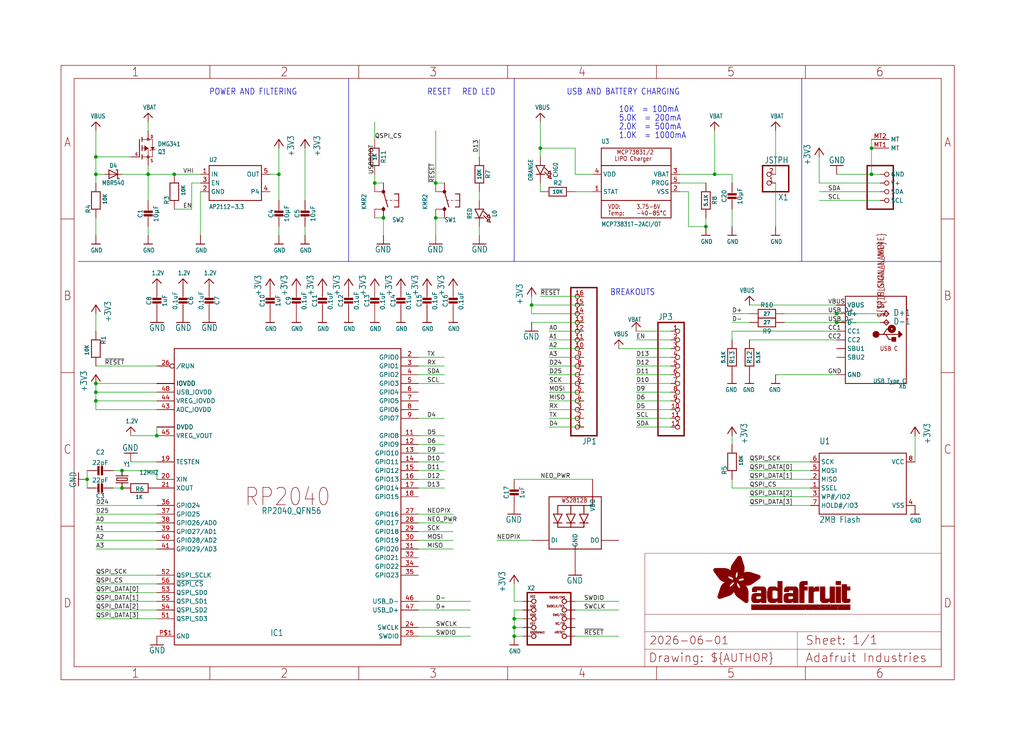
<source format=kicad_sch>
(kicad_sch (version 20230121) (generator eeschema)
  (paper "User" 298.45 217.17)
  (lib_symbols
    (symbol "Adafruit Feather RP2040 rev B-eagle-import:+3V3" (power)
      (property "Value" "+3V3" (at -2.54 -5.08 90))
      (symbol "+3V3_1_0"
        (pin power_in line (at 0 -2.54 90) (length 2.54) (name "+3V3") (number "1"))
      )
    )
    (symbol "Adafruit Feather RP2040 rev B-eagle-import:1.2V" (power)
      (property "Value" "1.2V" (at -1.524 1.016 0))
      (symbol "1.2V_1_0"
        (pin power_in line (at 0 -2.54 90) (length 2.54) (name "1.2V") (number "1"))
      )
    )
    (symbol "Adafruit Feather RP2040 rev B-eagle-import:CAP_CERAMIC0603_NO"
      (property "Reference" "C" (at -2.29 1.25 90))
      (symbol "CAP_CERAMIC0603_NO_1_0"
        (pin passive line (at 0 5.08 270) (length 2.54) (name "1") (number "1"))
        (pin passive line (at 0 -2.54 90) (length 2.54) (name "2") (number "2"))
      )
    )
    (symbol "Adafruit Feather RP2040 rev B-eagle-import:CAP_CERAMIC0805-NOOUTLINE"
      (property "Reference" "C" (at -2.29 1.25 90))
      (symbol "CAP_CERAMIC0805-NOOUTLINE_1_0"
        (pin passive line (at 0 5.08 270) (length 2.54) (name "1") (number "1"))
        (pin passive line (at 0 -2.54 90) (length 2.54) (name "2") (number "2"))
      )
    )
    (symbol "Adafruit Feather RP2040 rev B-eagle-import:CON_JST_PH_2PIN_BATT"
      (property "Reference" "X" (at -6.35 5.715 0))
      (symbol "CON_JST_PH_2PIN_BATT_1_0"
        (pin passive inverted (at -2.54 2.54 0) (length 2.54) (name "1") (number "1"))
        (pin passive inverted (at -2.54 0 0) (length 2.54) (name "2") (number "2"))
      )
    )
    (symbol "Adafruit Feather RP2040 rev B-eagle-import:CRYSTAL2.5X2.0"
      (property "Reference" "Y" (at -2.54 2.54 0))
      (symbol "CRYSTAL2.5X2.0_1_0"
        (pin passive line (at -2.54 0 0) (length 0) (name "1") (number "1"))
        (pin passive line (at 2.54 0 180) (length 0) (name "2") (number "3"))
      )
    )
    (symbol "Adafruit Feather RP2040 rev B-eagle-import:DIODE-SCHOTTKYSOD-123"
      (property "Reference" "D" (at 0 2.54 0))
      (symbol "DIODE-SCHOTTKYSOD-123_1_0"
        (pin passive line (at -2.54 0 0) (length 2.54) (name "A") (number "A"))
        (pin passive line (at 2.54 0 180) (length 2.54) (name "C") (number "C"))
      )
    )
    (symbol "Adafruit Feather RP2040 rev B-eagle-import:FRAME_A4_ADAFRUIT"
      (symbol "FRAME_A4_ADAFRUIT_1_0"
        (text "${#}/${##}" (at 230.505 10.16 0) (effects (font (size 2.54 2.54)) (justify left bottom)))
        (text "${AUTHOR}" (at 189.23 5.08 0) (effects (font (size 2.286 2.286)) (justify left bottom)))
        (text "${CURRENT_DATE}" (at 171.45 10.16 0) (effects (font (size 2.286 2.286)) (justify left bottom)))
        (text "${PROJECTNAME}" (at 171.45 15.24 0) (effects (font (size 2.54 2.54)) (justify left bottom)))
        (text "1" (at 21.6958 1.905 0) (effects (font (size 2.54 2.286))))
        (text "1" (at 21.6958 177.165 0) (effects (font (size 2.54 2.286))))
        (text "2" (at 65.0875 1.905 0) (effects (font (size 2.54 2.286))))
        (text "2" (at 65.0875 177.165 0) (effects (font (size 2.54 2.286))))
        (text "3" (at 108.4792 1.905 0) (effects (font (size 2.54 2.286))))
        (text "3" (at 108.4792 177.165 0) (effects (font (size 2.54 2.286))))
        (text "4" (at 151.8708 1.905 0) (effects (font (size 2.54 2.286))))
        (text "4" (at 151.8708 177.165 0) (effects (font (size 2.54 2.286))))
        (text "5" (at 195.2625 1.905 0) (effects (font (size 2.54 2.286))))
        (text "5" (at 195.2625 177.165 0) (effects (font (size 2.54 2.286))))
        (text "6" (at 238.6542 1.905 0) (effects (font (size 2.54 2.286))))
        (text "6" (at 238.6542 177.165 0) (effects (font (size 2.54 2.286))))
        (text "A" (at 1.905 156.6863 0) (effects (font (size 2.54 2.286))))
        (text "A" (at 258.445 156.6863 0) (effects (font (size 2.54 2.286))))
        (text "Adafruit Industries" (at 216.916 4.953 0) (effects (font (size 2.54 2.54)) (justify left bottom)))
        (text "B" (at 1.905 111.9188 0) (effects (font (size 2.54 2.286))))
        (text "B" (at 258.445 111.9188 0) (effects (font (size 2.54 2.286))))
        (text "C" (at 1.905 67.1513 0) (effects (font (size 2.54 2.286))))
        (text "C" (at 258.445 67.1513 0) (effects (font (size 2.54 2.286))))
        (text "D" (at 1.905 22.3838 0) (effects (font (size 2.54 2.286))))
        (text "D" (at 258.445 22.3838 0) (effects (font (size 2.54 2.286))))
        (text "Drawing:" (at 171.196 4.953 0) (effects (font (size 2.54 2.54)) (justify left bottom)))
        (text "Sheet:" (at 216.916 10.033 0) (effects (font (size 2.54 2.54)) (justify left bottom)))
      )
    )
    (symbol "Adafruit Feather RP2040 rev B-eagle-import:GND" (power)
      (property "Value" "GND" (at -1.524 -2.54 0))
      (symbol "GND_1_0"
        (pin power_in line (at 0 2.54 270) (length 2.54) (name "GND") (number "1"))
      )
    )
    (symbol "Adafruit Feather RP2040 rev B-eagle-import:HEADER-1X12"
      (property "Reference" "JP" (at -6.35 18.415 0))
      (symbol "HEADER-1X12_1_0"
        (pin passive inverted (at -2.54 15.24 0) (length 2.54) (name "1") (number "1"))
        (pin passive inverted (at -2.54 -7.62 0) (length 2.54) (name "10") (number "10"))
        (pin passive inverted (at -2.54 -10.16 0) (length 2.54) (name "11") (number "11"))
        (pin passive inverted (at -2.54 -12.7 0) (length 2.54) (name "12") (number "12"))
        (pin passive inverted (at -2.54 12.7 0) (length 2.54) (name "2") (number "2"))
        (pin passive inverted (at -2.54 10.16 0) (length 2.54) (name "3") (number "3"))
        (pin passive inverted (at -2.54 7.62 0) (length 2.54) (name "4") (number "4"))
        (pin passive inverted (at -2.54 5.08 0) (length 2.54) (name "5") (number "5"))
        (pin passive inverted (at -2.54 2.54 0) (length 2.54) (name "6") (number "6"))
        (pin passive inverted (at -2.54 0 0) (length 2.54) (name "7") (number "7"))
        (pin passive inverted (at -2.54 -2.54 0) (length 2.54) (name "8") (number "8"))
        (pin passive inverted (at -2.54 -5.08 0) (length 2.54) (name "9") (number "9"))
      )
    )
    (symbol "Adafruit Feather RP2040 rev B-eagle-import:HEADER-1X16ROUND"
      (property "Reference" "JP" (at -6.35 20.955 0))
      (symbol "HEADER-1X16ROUND_1_0"
        (pin passive inverted (at -2.54 17.78 0) (length 2.54) (name "1") (number "1"))
        (pin passive inverted (at -2.54 -5.08 0) (length 2.54) (name "10") (number "10"))
        (pin passive inverted (at -2.54 -7.62 0) (length 2.54) (name "11") (number "11"))
        (pin passive inverted (at -2.54 -10.16 0) (length 2.54) (name "12") (number "12"))
        (pin passive inverted (at -2.54 -12.7 0) (length 2.54) (name "13") (number "13"))
        (pin passive inverted (at -2.54 -15.24 0) (length 2.54) (name "14") (number "14"))
        (pin passive inverted (at -2.54 -17.78 0) (length 2.54) (name "15") (number "15"))
        (pin passive inverted (at -2.54 -20.32 0) (length 2.54) (name "16") (number "16"))
        (pin passive inverted (at -2.54 15.24 0) (length 2.54) (name "2") (number "2"))
        (pin passive inverted (at -2.54 12.7 0) (length 2.54) (name "3") (number "3"))
        (pin passive inverted (at -2.54 10.16 0) (length 2.54) (name "4") (number "4"))
        (pin passive inverted (at -2.54 7.62 0) (length 2.54) (name "5") (number "5"))
        (pin passive inverted (at -2.54 5.08 0) (length 2.54) (name "6") (number "6"))
        (pin passive inverted (at -2.54 2.54 0) (length 2.54) (name "7") (number "7"))
        (pin passive inverted (at -2.54 0 0) (length 2.54) (name "8") (number "8"))
        (pin passive inverted (at -2.54 -2.54 0) (length 2.54) (name "9") (number "9"))
      )
    )
    (symbol "Adafruit Feather RP2040 rev B-eagle-import:JTAG-CORTEXBOXPOSTS"
      (property "Reference" "X" (at -6.35 8.255 0))
      (symbol "JTAG-CORTEXBOXPOSTS_1_0"
        (text "GND" (at -5.588 0.762 0) (effects (font (size 0.635 0.5397)) (justify left bottom)))
        (text "GND" (at -5.588 3.302 0) (effects (font (size 0.635 0.5397)) (justify left bottom)))
        (text "GNDDetect" (at -5.588 -4.318 0) (effects (font (size 0.635 0.5397)) (justify left bottom)))
        (text "KEY" (at -5.588 -1.778 0) (effects (font (size 0.635 0.5397)) (justify left bottom)))
        (text "NC/TDI" (at 1.778 -1.778 0) (effects (font (size 0.635 0.5397)) (justify left bottom)))
        (text "nRESET" (at 1.524 -4.318 0) (effects (font (size 0.635 0.5397)) (justify left bottom)))
        (text "SWDCLK/TCK" (at -0.762 3.302 0) (effects (font (size 0.635 0.5397)) (justify left bottom)))
        (text "SWDIO/TMS" (at 0 5.842 0) (effects (font (size 0.635 0.5397)) (justify left bottom)))
        (text "SWO/TDO" (at 1.016 0.762 0) (effects (font (size 0.635 0.5397)) (justify left bottom)))
        (text "VCC" (at -5.588 6.096 0) (effects (font (size 0.635 0.5397)) (justify left bottom)))
        (pin power_in line (at -7.62 5.08 0) (length 2.54) (name "VCC") (number "1"))
        (pin bidirectional line (at 7.62 -5.08 180) (length 2.54) (name "NRESET") (number "10"))
        (pin bidirectional line (at 7.62 5.08 180) (length 2.54) (name "SWDIO") (number "2"))
        (pin power_in line (at -7.62 2.54 0) (length 2.54) (name "GND@1") (number "3"))
        (pin bidirectional line (at 7.62 2.54 180) (length 2.54) (name "SWDCLK") (number "4"))
        (pin power_in line (at -7.62 0 0) (length 2.54) (name "GND@2") (number "5"))
        (pin bidirectional line (at 7.62 0 180) (length 2.54) (name "SWO") (number "6"))
        (pin bidirectional line (at -7.62 -2.54 0) (length 2.54) (name "KEY") (number "7"))
        (pin bidirectional line (at 7.62 -2.54 180) (length 2.54) (name "TDI") (number "8"))
        (pin bidirectional line (at -7.62 -5.08 0) (length 2.54) (name "GNDDETECT") (number "9"))
      )
    )
    (symbol "Adafruit Feather RP2040 rev B-eagle-import:LED0603_NOOUTLINE"
      (property "Reference" "D" (at -1.27 4.445 0))
      (symbol "LED0603_NOOUTLINE_1_0"
        (pin passive line (at -5.08 0 0) (length 2.54) (name "A") (number "A"))
        (pin passive line (at 2.54 0 180) (length 2.54) (name "C") (number "C"))
      )
    )
    (symbol "Adafruit Feather RP2040 rev B-eagle-import:MCP73831/2"
      (property "Reference" "U" (at -10.16 11.43 0))
      (symbol "MCP73831/2_1_0"
        (text "-40-85°C" (at 0 -9.525 0) (effects (font (size 1.27 1.0795)) (justify left bottom)))
        (text "3.75-6V" (at 0 -7.62 0) (effects (font (size 1.27 1.0795)) (justify left bottom)))
        (text "LIPO Charger" (at -6.35 6.35 0) (effects (font (size 1.27 1.0795)) (justify left bottom)))
        (text "MCP73831/2" (at -5.715 8.255 0) (effects (font (size 1.27 1.0795)) (justify left bottom)))
        (text "Temp:" (at -8.255 -9.525 0) (effects (font (size 1.27 1.0795)) (justify left bottom)))
        (text "VDD:" (at -8.255 -7.62 0) (effects (font (size 1.27 1.0795)) (justify left bottom)))
        (pin output line (at -12.7 -2.54 0) (length 2.54) (name "STAT") (number "1"))
        (pin power_in line (at 12.7 -2.54 180) (length 2.54) (name "VSS") (number "2"))
        (pin power_in line (at 12.7 2.54 180) (length 2.54) (name "VBAT") (number "3"))
        (pin power_in line (at -12.7 2.54 0) (length 2.54) (name "VDD") (number "4"))
        (pin input line (at 12.7 0 180) (length 2.54) (name "PROG") (number "5"))
      )
    )
    (symbol "Adafruit Feather RP2040 rev B-eagle-import:MOSFET-P"
      (property "Reference" "Q" (at 2.794 0.381 0))
      (symbol "MOSFET-P_1_0"
        (text "D" (at 0.635 -3.81 0) (effects (font (size 0.8128 0.6908)) (justify left bottom)))
        (text "G" (at -3.81 1.27 0) (effects (font (size 0.8128 0.6908)) (justify left bottom)))
        (text "S" (at 0.635 3.175 0) (effects (font (size 0.8128 0.6908)) (justify left bottom)))
        (pin passive line (at -5.08 2.54 0) (length 2.54) (name "G") (number "1"))
        (pin passive line (at 0 5.08 270) (length 2.54) (name "S") (number "2"))
        (pin passive line (at 0 -5.08 90) (length 2.54) (name "D") (number "3"))
      )
    )
    (symbol "Adafruit Feather RP2040 rev B-eagle-import:RESISTOR_0603_NOOUT"
      (property "Reference" "R" (at 0 2.54 0))
      (symbol "RESISTOR_0603_NOOUT_1_0"
        (pin passive line (at -5.08 0 0) (length 2.54) (name "1") (number "1"))
        (pin passive line (at 5.08 0 180) (length 2.54) (name "2") (number "2"))
      )
    )
    (symbol "Adafruit Feather RP2040 rev B-eagle-import:RP2040_QFN56"
      (property "Reference" "IC" (at -5.08 -40.64 0))
      (symbol "RP2040_QFN56_1_0"
        (text "RP2040" (at 0 0 0) (effects (font (size 5.08 4.318))))
        (pin power_in line (at -38.1 33.02 0) (length 5.08) (name "IOVDD") (number "1"))
        (pin power_in line (at -38.1 33.02 0) (length 5.08) (name "IOVDD") (number "10"))
        (pin bidirectional line (at 38.1 17.78 180) (length 5.08) (name "GPIO8") (number "11"))
        (pin bidirectional line (at 38.1 15.24 180) (length 5.08) (name "GPIO9") (number "12"))
        (pin bidirectional line (at 38.1 12.7 180) (length 5.08) (name "GPIO10") (number "13"))
        (pin bidirectional line (at 38.1 10.16 180) (length 5.08) (name "GPIO11") (number "14"))
        (pin bidirectional line (at 38.1 7.62 180) (length 5.08) (name "GPIO12") (number "15"))
        (pin bidirectional line (at 38.1 5.08 180) (length 5.08) (name "GPIO13") (number "16"))
        (pin bidirectional line (at 38.1 2.54 180) (length 5.08) (name "GPIO14") (number "17"))
        (pin bidirectional line (at 38.1 0 180) (length 5.08) (name "GPIO15") (number "18"))
        (pin input line (at -38.1 10.16 0) (length 5.08) (name "TESTEN") (number "19"))
        (pin bidirectional line (at 38.1 40.64 180) (length 5.08) (name "GPIO0") (number "2"))
        (pin input line (at -38.1 5.08 0) (length 5.08) (name "XIN") (number "20"))
        (pin output line (at -38.1 2.54 0) (length 5.08) (name "XOUT") (number "21"))
        (pin power_in line (at -38.1 33.02 0) (length 5.08) (name "IOVDD") (number "22"))
        (pin power_in line (at -38.1 20.32 0) (length 5.08) (name "DVDD") (number "23"))
        (pin bidirectional line (at 38.1 -38.1 180) (length 5.08) (name "SWCLK") (number "24"))
        (pin bidirectional line (at 38.1 -40.64 180) (length 5.08) (name "SWDIO") (number "25"))
        (pin bidirectional inverted (at -38.1 38.1 0) (length 5.08) (name "/RUN") (number "26"))
        (pin bidirectional line (at 38.1 -5.08 180) (length 5.08) (name "GPIO16") (number "27"))
        (pin bidirectional line (at 38.1 -7.62 180) (length 5.08) (name "GPIO17") (number "28"))
        (pin bidirectional line (at 38.1 -10.16 180) (length 5.08) (name "GPIO18") (number "29"))
        (pin bidirectional line (at 38.1 38.1 180) (length 5.08) (name "GPIO1") (number "3"))
        (pin bidirectional line (at 38.1 -12.7 180) (length 5.08) (name "GPIO19") (number "30"))
        (pin bidirectional line (at 38.1 -15.24 180) (length 5.08) (name "GPIO20") (number "31"))
        (pin bidirectional line (at 38.1 -17.78 180) (length 5.08) (name "GPIO21") (number "32"))
        (pin power_in line (at -38.1 33.02 0) (length 5.08) (name "IOVDD") (number "33"))
        (pin bidirectional line (at 38.1 -20.32 180) (length 5.08) (name "GPIO22") (number "34"))
        (pin bidirectional line (at 38.1 -22.86 180) (length 5.08) (name "GPIO23") (number "35"))
        (pin bidirectional line (at -38.1 -2.54 0) (length 5.08) (name "GPIO24") (number "36"))
        (pin bidirectional line (at -38.1 -5.08 0) (length 5.08) (name "GPIO25") (number "37"))
        (pin bidirectional line (at -38.1 -7.62 0) (length 5.08) (name "GPIO26/AD0") (number "38"))
        (pin bidirectional line (at -38.1 -10.16 0) (length 5.08) (name "GPIO27/AD1") (number "39"))
        (pin bidirectional line (at 38.1 35.56 180) (length 5.08) (name "GPIO2") (number "4"))
        (pin bidirectional line (at -38.1 -12.7 0) (length 5.08) (name "GPIO28/AD2") (number "40"))
        (pin bidirectional line (at -38.1 -15.24 0) (length 5.08) (name "GPIO29/AD3") (number "41"))
        (pin power_in line (at -38.1 33.02 0) (length 5.08) (name "IOVDD") (number "42"))
        (pin power_in line (at -38.1 25.4 0) (length 5.08) (name "ADC_IOVDD") (number "43"))
        (pin power_in line (at -38.1 27.94 0) (length 5.08) (name "VREG_IOVDD") (number "44"))
        (pin power_in line (at -38.1 17.78 0) (length 5.08) (name "VREG_VOUT") (number "45"))
        (pin bidirectional line (at 38.1 -30.48 180) (length 5.08) (name "USB_D-") (number "46"))
        (pin bidirectional line (at 38.1 -33.02 180) (length 5.08) (name "USB_D+") (number "47"))
        (pin power_in line (at -38.1 30.48 0) (length 5.08) (name "USB_IOVDD") (number "48"))
        (pin power_in line (at -38.1 33.02 0) (length 5.08) (name "IOVDD") (number "49"))
        (pin bidirectional line (at 38.1 33.02 180) (length 5.08) (name "GPIO3") (number "5"))
        (pin power_in line (at -38.1 20.32 0) (length 5.08) (name "DVDD") (number "50"))
        (pin bidirectional line (at -38.1 -35.56 0) (length 5.08) (name "QSPI_SD3") (number "51"))
        (pin bidirectional line (at -38.1 -22.86 0) (length 5.08) (name "QSPI_SCLK") (number "52"))
        (pin bidirectional line (at -38.1 -27.94 0) (length 5.08) (name "QSPI_SD0") (number "53"))
        (pin bidirectional line (at -38.1 -33.02 0) (length 5.08) (name "QSPI_SD2") (number "54"))
        (pin bidirectional line (at -38.1 -30.48 0) (length 5.08) (name "QSPI_SD1") (number "55"))
        (pin bidirectional line (at -38.1 -25.4 0) (length 5.08) (name "~{QSPI_CS}") (number "56"))
        (pin bidirectional line (at 38.1 30.48 180) (length 5.08) (name "GPIO4") (number "6"))
        (pin bidirectional line (at 38.1 27.94 180) (length 5.08) (name "GPIO5") (number "7"))
        (pin bidirectional line (at 38.1 25.4 180) (length 5.08) (name "GPIO6") (number "8"))
        (pin bidirectional line (at 38.1 22.86 180) (length 5.08) (name "GPIO7") (number "9"))
        (pin power_in line (at -38.1 -40.64 0) (length 5.08) (name "GND") (number "P$1"))
      )
    )
    (symbol "Adafruit Feather RP2040 rev B-eagle-import:SPIFLASH_8PIN208MIL"
      (property "Reference" "U" (at -12.7 12.7 0))
      (symbol "SPIFLASH_8PIN208MIL_1_0"
        (pin bidirectional line (at -15.24 0 0) (length 2.54) (name "SSEL") (number "1"))
        (pin bidirectional line (at -15.24 2.54 0) (length 2.54) (name "MISO") (number "2"))
        (pin bidirectional line (at -15.24 -2.54 0) (length 2.54) (name "WP#/IO2") (number "3"))
        (pin bidirectional line (at 15.24 -5.08 180) (length 2.54) (name "VSS") (number "4"))
        (pin bidirectional line (at -15.24 5.08 0) (length 2.54) (name "MOSI") (number "5"))
        (pin bidirectional line (at -15.24 7.62 0) (length 2.54) (name "SCK") (number "6"))
        (pin bidirectional line (at -15.24 -5.08 0) (length 2.54) (name "HOLD#/IO3") (number "7"))
        (pin bidirectional line (at 15.24 7.62 180) (length 2.54) (name "VCC") (number "8"))
      )
    )
    (symbol "Adafruit Feather RP2040 rev B-eagle-import:STEMMA_I2C_QT"
      (symbol "STEMMA_I2C_QT_1_0"
        (pin passive inverted (at 0 5.08 0) (length 2.54) (name "GND") (number "1"))
        (pin passive inverted (at 0 2.54 0) (length 2.54) (name "V+") (number "2"))
        (pin passive inverted (at 0 0 0) (length 2.54) (name "SDA") (number "3"))
        (pin passive inverted (at 0 -2.54 0) (length 2.54) (name "SCL") (number "4"))
      )
      (symbol "STEMMA_I2C_QT_2_0"
        (pin bidirectional line (at 0 0 0) (length 5.08) (name "MT") (number "MT1"))
      )
      (symbol "STEMMA_I2C_QT_3_0"
        (pin bidirectional line (at 0 0 0) (length 5.08) (name "MT") (number "MT2"))
      )
    )
    (symbol "Adafruit Feather RP2040 rev B-eagle-import:SWITCH_TACT_SMT4.6X2.8"
      (property "Reference" "SW" (at -2.54 6.35 0))
      (symbol "SWITCH_TACT_SMT4.6X2.8_1_0"
        (pin passive line (at -5.08 0 0) (length 2.54) (name "P") (number "A"))
        (pin passive line (at -5.08 -2.54 0) (length 2.54) (name "P1") (number "A'"))
        (pin passive line (at 5.08 0 180) (length 2.54) (name "S") (number "B"))
        (pin passive line (at 5.08 -2.54 180) (length 2.54) (name "S1") (number "B'"))
      )
    )
    (symbol "Adafruit Feather RP2040 rev B-eagle-import:TPB1,27"
      (property "Reference" "TP" (at -1.27 1.27 0))
      (symbol "TPB1,27_1_0"
        (text "${TP_SIGNAL_NAME}" (at 1.27 -1.27 0) (effects (font (size 1.778 1.5113)) (justify left bottom)))
        (pin input line (at 0 -2.54 90) (length 2.54) (name "TP") (number "TP"))
      )
    )
    (symbol "Adafruit Feather RP2040 rev B-eagle-import:USB_C"
      (property "Reference" "X" (at -10.16 13.716 0))
      (symbol "USB_C_1_0"
        (text "USB C" (at -5.08 -2.54 0) (effects (font (size 1.27 1.0795))))
        (pin power_in line (at 10.16 -10.16 180) (length 2.54) (name "GND") (number "A1B12"))
        (pin power_in line (at 10.16 10.16 180) (length 2.54) (name "VBUS") (number "A4B9"))
        (pin bidirectional line (at 10.16 2.54 180) (length 2.54) (name "CC1") (number "A5"))
        (pin bidirectional line (at 10.16 7.62 180) (length 2.54) (name "D+") (number "A6"))
        (pin bidirectional line (at 10.16 5.08 180) (length 2.54) (name "D-") (number "A7"))
        (pin bidirectional line (at 10.16 -2.54 180) (length 2.54) (name "SBU1") (number "A8"))
        (pin power_in line (at 10.16 -10.16 180) (length 2.54) (name "GND") (number "B1A12"))
        (pin power_in line (at 10.16 10.16 180) (length 2.54) (name "VBUS") (number "B4A9"))
        (pin bidirectional line (at 10.16 0 180) (length 2.54) (name "CC2") (number "B5"))
        (pin bidirectional line (at 10.16 7.62 180) (length 2.54) (name "D+") (number "B6"))
        (pin bidirectional line (at 10.16 5.08 180) (length 2.54) (name "D-") (number "B7"))
        (pin bidirectional line (at 10.16 -5.08 180) (length 2.54) (name "SBU2") (number "B8"))
      )
    )
    (symbol "Adafruit Feather RP2040 rev B-eagle-import:VBAT" (power)
      (property "Value" "VBAT" (at -1.524 1.016 0))
      (symbol "VBAT_1_0"
        (pin power_in line (at 0 -2.54 90) (length 2.54) (name "VBAT") (number "1"))
      )
    )
    (symbol "Adafruit Feather RP2040 rev B-eagle-import:VBUS" (power)
      (property "Value" "VBUS" (at -1.524 1.016 0))
      (symbol "VBUS_1_0"
        (pin power_in line (at 0 -2.54 90) (length 2.54) (name "VBUS") (number "1"))
      )
    )
    (symbol "Adafruit Feather RP2040 rev B-eagle-import:VREG_SOT23-5"
      (property "Reference" "U" (at -7.62 6.096 0))
      (symbol "VREG_SOT23-5_1_0"
        (pin power_in line (at -10.16 2.54 0) (length 2.54) (name "IN") (number "1"))
        (pin power_in line (at -10.16 -2.54 0) (length 2.54) (name "GND") (number "2"))
        (pin input line (at -10.16 0 0) (length 2.54) (name "EN") (number "3"))
        (pin bidirectional line (at 10.16 -2.54 180) (length 2.54) (name "P4") (number "4"))
        (pin power_in line (at 10.16 2.54 180) (length 2.54) (name "OUT") (number "5"))
      )
    )
    (symbol "Adafruit Feather RP2040 rev B-eagle-import:WS2812B3535"
      (symbol "WS2812B3535_1_0"
        (text "WS2812B" (at -4.064 8.382 0) (effects (font (size 1.27 1.0795)) (justify left bottom)))
        (pin input line (at -12.7 -2.54 0) (length 5.08) (name "DI") (number "1"))
        (pin power_in line (at 5.08 15.24 270) (length 5.08) (name "VDD") (number "2"))
        (pin output line (at 12.7 -2.54 180) (length 5.08) (name "DO") (number "3"))
        (pin power_in line (at 0 -10.16 90) (length 5.08) (name "GND") (number "4"))
      )
    )
    (symbol "Adafruit Feather RP2040 rev B-eagle-import:supply1_GND" (power)
      (property "Value" "supply1_GND" (at -2.54 -2.54 0))
      (symbol "supply1_GND_1_0"
        (pin power_in line (at 0 2.54 270) (length 2.54) (name "GND") (number "1"))
      )
    )
  )
  (junction (at 43.18 50.8))
  (junction (at 35.56 142.24))
  (junction (at 254 50.8))
  (junction (at 27.94 111.76))
  (junction (at 205.74 66.04))
  (junction (at 25.4 139.7))
  (junction (at 50.8 50.8))
  (junction (at 154.94 88.9))
  (junction (at 254 43.18))
  (junction (at 27.94 114.3))
  (junction (at 111.76 63.5))
  (junction (at 27.94 50.8))
  (junction (at 35.56 137.16))
  (junction (at 127 63.5))
  (junction (at 81.28 50.8))
  (junction (at 149.86 185.42))
  (junction (at 208.28 50.8))
  (junction (at 243.84 91.44))
  (junction (at 149.86 180.34))
  (junction (at 45.72 127))
  (junction (at 243.84 93.98))
  (junction (at 27.94 116.84))
  (junction (at 127 53.34))
  (junction (at 157.48 43.18))
  (junction (at 109.22 53.34))
  (junction (at 149.86 182.88))
  (junction (at 27.94 45.72))
  (wire (pts (xy 45.72 137.16) (xy 45.72 139.7)) (stroke (width 0.1524)))
  (wire (pts (xy 205.74 63.5) (xy 205.74 66.04)) (stroke (width 0.1524)))
  (wire (pts (xy 149.86 175.26) (xy 149.86 170.18)) (stroke (width 0.1524)))
  (wire (pts (xy 81.28 50.8) (xy 81.28 43.18)) (stroke (width 0.1524)))
  (wire (pts (xy 27.94 114.3) (xy 27.94 111.76)) (stroke (width 0.1524)))
  (wire (pts (xy 254 50.8) (xy 254 43.18)) (stroke (width 0.1524)))
  (wire (pts (xy 27.94 175.26) (xy 45.72 175.26)) (stroke (width 0.1524)))
  (wire (pts (xy 170.18 93.98) (xy 154.94 93.98)) (stroke (width 0.1524)))
  (wire (pts (xy 88.9 66.04) (xy 88.9 68.58)) (stroke (width 0.1524)))
  (wire (pts (xy 218.44 137.16) (xy 236.22 137.16)) (stroke (width 0.1524)))
  (polyline (pts (xy 233.68 76.2) (xy 149.86 76.2)) (stroke (width 0.1524) (type solid)))
  (wire (pts (xy 243.84 91.44) (xy 228.6 91.44)) (stroke (width 0.1524)))
  (wire (pts (xy 109.22 63.5) (xy 111.76 63.5)) (stroke (width 0.1524)))
  (wire (pts (xy 170.18 96.52) (xy 160.02 96.52)) (stroke (width 0.1524)))
  (wire (pts (xy 243.84 99.06) (xy 218.44 99.06)) (stroke (width 0.1524)))
  (wire (pts (xy 236.22 139.7) (xy 218.44 139.7)) (stroke (width 0.1524)))
  (wire (pts (xy 35.56 50.8) (xy 43.18 50.8)) (stroke (width 0.1524)))
  (wire (pts (xy 243.84 96.52) (xy 213.36 96.52)) (stroke (width 0.1524)))
  (wire (pts (xy 121.92 175.26) (xy 137.16 175.26)) (stroke (width 0.1524)))
  (wire (pts (xy 58.42 55.88) (xy 58.42 68.58)) (stroke (width 0.1524)))
  (wire (pts (xy 121.92 129.54) (xy 129.54 129.54)) (stroke (width 0.1524)))
  (wire (pts (xy 27.94 172.72) (xy 45.72 172.72)) (stroke (width 0.1524)))
  (wire (pts (xy 195.58 121.92) (xy 185.42 121.92)) (stroke (width 0.1524)))
  (wire (pts (xy 81.28 66.04) (xy 81.28 68.58)) (stroke (width 0.1524)))
  (wire (pts (xy 45.72 111.76) (xy 27.94 111.76)) (stroke (width 0.1524)))
  (wire (pts (xy 254 50.8) (xy 243.84 50.8)) (stroke (width 0.1524)))
  (wire (pts (xy 121.92 154.94) (xy 132.08 154.94)) (stroke (width 0.1524)))
  (wire (pts (xy 213.36 50.8) (xy 208.28 50.8)) (stroke (width 0.1524)))
  (wire (pts (xy 149.86 177.8) (xy 149.86 180.34)) (stroke (width 0.1524)))
  (wire (pts (xy 243.84 91.44) (xy 256.54 91.44)) (stroke (width 0.1524)))
  (wire (pts (xy 185.42 111.76) (xy 195.58 111.76)) (stroke (width 0.1524)))
  (wire (pts (xy 25.4 142.24) (xy 25.4 139.7)) (stroke (width 0.1524)))
  (polyline (pts (xy 101.6 76.2) (xy 101.6 22.86)) (stroke (width 0.1524) (type solid)))
  (wire (pts (xy 149.86 180.34) (xy 152.4 180.34)) (stroke (width 0.1524)))
  (wire (pts (xy 35.56 137.16) (xy 33.02 137.16)) (stroke (width 0.1524)))
  (wire (pts (xy 121.92 157.48) (xy 132.08 157.48)) (stroke (width 0.1524)))
  (wire (pts (xy 180.34 177.8) (xy 167.64 177.8)) (stroke (width 0.1524)))
  (wire (pts (xy 81.28 58.42) (xy 81.28 50.8)) (stroke (width 0.1524)))
  (wire (pts (xy 185.42 106.68) (xy 195.58 106.68)) (stroke (width 0.1524)))
  (wire (pts (xy 27.94 154.94) (xy 45.72 154.94)) (stroke (width 0.1524)))
  (wire (pts (xy 170.18 111.76) (xy 160.02 111.76)) (stroke (width 0.1524)))
  (wire (pts (xy 137.16 182.88) (xy 121.92 182.88)) (stroke (width 0.1524)))
  (wire (pts (xy 160.02 104.14) (xy 170.18 104.14)) (stroke (width 0.1524)))
  (wire (pts (xy 213.36 139.7) (xy 213.36 142.24)) (stroke (width 0.1524)))
  (wire (pts (xy 157.48 45.72) (xy 157.48 43.18)) (stroke (width 0.1524)))
  (wire (pts (xy 33.02 142.24) (xy 35.56 142.24)) (stroke (width 0.1524)))
  (wire (pts (xy 109.22 53.34) (xy 109.22 50.8)) (stroke (width 0.1524)))
  (wire (pts (xy 121.92 132.08) (xy 129.54 132.08)) (stroke (width 0.1524)))
  (wire (pts (xy 121.92 177.8) (xy 137.16 177.8)) (stroke (width 0.1524)))
  (wire (pts (xy 152.4 185.42) (xy 149.86 185.42)) (stroke (width 0.1524)))
  (wire (pts (xy 45.72 167.64) (xy 27.94 167.64)) (stroke (width 0.1524)))
  (wire (pts (xy 238.76 53.34) (xy 238.76 45.72)) (stroke (width 0.1524)))
  (wire (pts (xy 139.7 66.04) (xy 139.7 68.58)) (stroke (width 0.1524)))
  (wire (pts (xy 149.86 180.34) (xy 149.86 182.88)) (stroke (width 0.1524)))
  (polyline (pts (xy 149.86 76.2) (xy 101.6 76.2)) (stroke (width 0.1524) (type solid)))
  (polyline (pts (xy 233.68 76.2) (xy 233.68 22.86)) (stroke (width 0.1524) (type solid)))
  (polyline (pts (xy 274.32 76.2) (xy 233.68 76.2)) (stroke (width 0.1524) (type solid)))
  (wire (pts (xy 157.48 53.34) (xy 157.48 55.88)) (stroke (width 0.1524)))
  (wire (pts (xy 238.76 58.42) (xy 256.54 58.42)) (stroke (width 0.1524)))
  (wire (pts (xy 226.06 66.04) (xy 226.06 53.34)) (stroke (width 0.1524)))
  (wire (pts (xy 170.18 101.6) (xy 160.02 101.6)) (stroke (width 0.1524)))
  (wire (pts (xy 50.8 50.8) (xy 43.18 50.8)) (stroke (width 0.1524)))
  (wire (pts (xy 27.94 147.32) (xy 45.72 147.32)) (stroke (width 0.1524)))
  (wire (pts (xy 167.64 43.18) (xy 167.64 50.8)) (stroke (width 0.1524)))
  (wire (pts (xy 256.54 55.88) (xy 238.76 55.88)) (stroke (width 0.1524)))
  (wire (pts (xy 129.54 106.68) (xy 121.92 106.68)) (stroke (width 0.1524)))
  (wire (pts (xy 152.4 175.26) (xy 149.86 175.26)) (stroke (width 0.1524)))
  (wire (pts (xy 167.64 55.88) (xy 172.72 55.88)) (stroke (width 0.1524)))
  (wire (pts (xy 45.72 116.84) (xy 27.94 116.84)) (stroke (width 0.1524)))
  (wire (pts (xy 121.92 121.92) (xy 129.54 121.92)) (stroke (width 0.1524)))
  (wire (pts (xy 121.92 109.22) (xy 129.54 109.22)) (stroke (width 0.1524)))
  (wire (pts (xy 170.18 114.3) (xy 160.02 114.3)) (stroke (width 0.1524)))
  (wire (pts (xy 45.72 114.3) (xy 27.94 114.3)) (stroke (width 0.1524)))
  (wire (pts (xy 213.36 142.24) (xy 236.22 142.24)) (stroke (width 0.1524)))
  (wire (pts (xy 45.72 124.46) (xy 45.72 127)) (stroke (width 0.1524)))
  (wire (pts (xy 167.64 175.26) (xy 180.34 175.26)) (stroke (width 0.1524)))
  (wire (pts (xy 149.86 182.88) (xy 152.4 182.88)) (stroke (width 0.1524)))
  (wire (pts (xy 213.36 96.52) (xy 213.36 99.06)) (stroke (width 0.1524)))
  (wire (pts (xy 121.92 152.4) (xy 132.08 152.4)) (stroke (width 0.1524)))
  (wire (pts (xy 198.12 53.34) (xy 205.74 53.34)) (stroke (width 0.1524)))
  (wire (pts (xy 160.02 124.46) (xy 170.18 124.46)) (stroke (width 0.1524)))
  (wire (pts (xy 154.94 157.48) (xy 144.78 157.48)) (stroke (width 0.1524)))
  (wire (pts (xy 55.88 53.34) (xy 58.42 53.34)) (stroke (width 0.1524)))
  (wire (pts (xy 218.44 147.32) (xy 236.22 147.32)) (stroke (width 0.1524)))
  (wire (pts (xy 195.58 114.3) (xy 185.42 114.3)) (stroke (width 0.1524)))
  (wire (pts (xy 213.36 93.98) (xy 218.44 93.98)) (stroke (width 0.1524)))
  (wire (pts (xy 208.28 38.1) (xy 208.28 50.8)) (stroke (width 0.1524)))
  (wire (pts (xy 27.94 50.8) (xy 27.94 45.72)) (stroke (width 0.1524)))
  (wire (pts (xy 121.92 160.02) (xy 132.08 160.02)) (stroke (width 0.1524)))
  (wire (pts (xy 236.22 134.62) (xy 218.44 134.62)) (stroke (width 0.1524)))
  (wire (pts (xy 218.44 88.9) (xy 243.84 88.9)) (stroke (width 0.1524)))
  (wire (pts (xy 243.84 93.98) (xy 256.54 93.98)) (stroke (width 0.1524)))
  (wire (pts (xy 43.18 48.26) (xy 43.18 50.8)) (stroke (width 0.1524)))
  (wire (pts (xy 121.92 142.24) (xy 129.54 142.24)) (stroke (width 0.1524)))
  (wire (pts (xy 45.72 134.62) (xy 38.1 134.62)) (stroke (width 0.1524)))
  (wire (pts (xy 27.94 45.72) (xy 27.94 38.1)) (stroke (width 0.1524)))
  (wire (pts (xy 43.18 35.56) (xy 43.18 38.1)) (stroke (width 0.1524)))
  (wire (pts (xy 195.58 119.38) (xy 185.42 119.38)) (stroke (width 0.1524)))
  (wire (pts (xy 27.94 68.58) (xy 27.94 63.5)) (stroke (width 0.1524)))
  (wire (pts (xy 27.94 180.34) (xy 45.72 180.34)) (stroke (width 0.1524)))
  (wire (pts (xy 127 68.58) (xy 127 63.5)) (stroke (width 0.1524)))
  (wire (pts (xy 139.7 45.72) (xy 139.7 40.64)) (stroke (width 0.1524)))
  (wire (pts (xy 121.92 104.14) (xy 129.54 104.14)) (stroke (width 0.1524)))
  (wire (pts (xy 121.92 149.86) (xy 132.08 149.86)) (stroke (width 0.1524)))
  (wire (pts (xy 88.9 58.42) (xy 88.9 43.18)) (stroke (width 0.1524)))
  (wire (pts (xy 25.4 139.7) (xy 25.4 137.16)) (stroke (width 0.1524)))
  (wire (pts (xy 27.94 119.38) (xy 27.94 116.84)) (stroke (width 0.1524)))
  (wire (pts (xy 139.7 55.88) (xy 139.7 58.42)) (stroke (width 0.1524)))
  (wire (pts (xy 157.48 43.18) (xy 167.64 43.18)) (stroke (width 0.1524)))
  (wire (pts (xy 27.94 177.8) (xy 45.72 177.8)) (stroke (width 0.1524)))
  (wire (pts (xy 121.92 139.7) (xy 129.54 139.7)) (stroke (width 0.1524)))
  (wire (pts (xy 195.58 109.22) (xy 185.42 109.22)) (stroke (width 0.1524)))
  (wire (pts (xy 45.72 106.68) (xy 27.94 106.68)) (stroke (width 0.1524)))
  (wire (pts (xy 254 43.18) (xy 254 40.64)) (stroke (width 0.1524)))
  (wire (pts (xy 27.94 116.84) (xy 27.94 114.3)) (stroke (width 0.1524)))
  (wire (pts (xy 27.94 91.44) (xy 27.94 96.52)) (stroke (width 0.1524)))
  (wire (pts (xy 185.42 116.84) (xy 195.58 116.84)) (stroke (width 0.1524)))
  (wire (pts (xy 127 53.34) (xy 129.54 53.34)) (stroke (width 0.1524)))
  (wire (pts (xy 226.06 109.22) (xy 243.84 109.22)) (stroke (width 0.1524)))
  (wire (pts (xy 195.58 104.14) (xy 185.42 104.14)) (stroke (width 0.1524)))
  (wire (pts (xy 256.54 53.34) (xy 238.76 53.34)) (stroke (width 0.1524)))
  (wire (pts (xy 167.64 185.42) (xy 180.34 185.42)) (stroke (width 0.1524)))
  (wire (pts (xy 27.94 53.34) (xy 27.94 50.8)) (stroke (width 0.1524)))
  (wire (pts (xy 200.66 66.04) (xy 205.74 66.04)) (stroke (width 0.1524)))
  (wire (pts (xy 198.12 55.88) (xy 200.66 55.88)) (stroke (width 0.1524)))
  (wire (pts (xy 43.18 66.04) (xy 43.18 68.58)) (stroke (width 0.1524)))
  (wire (pts (xy 160.02 121.92) (xy 170.18 121.92)) (stroke (width 0.1524)))
  (wire (pts (xy 172.72 139.7) (xy 149.86 139.7)) (stroke (width 0.1524)))
  (wire (pts (xy 170.18 91.44) (xy 154.94 91.44)) (stroke (width 0.1524)))
  (wire (pts (xy 58.42 50.8) (xy 50.8 50.8)) (stroke (width 0.1524)))
  (polyline (pts (xy 149.86 76.2) (xy 149.86 22.86)) (stroke (width 0.1524) (type solid)))
  (wire (pts (xy 213.36 53.34) (xy 213.36 50.8)) (stroke (width 0.1524)))
  (polyline (pts (xy 22.86 76.2) (xy 101.6 76.2)) (stroke (width 0.1524) (type solid)))
  (wire (pts (xy 45.72 119.38) (xy 27.94 119.38)) (stroke (width 0.1524)))
  (wire (pts (xy 109.22 40.64) (xy 109.22 35.56)) (stroke (width 0.1524)))
  (wire (pts (xy 208.28 50.8) (xy 198.12 50.8)) (stroke (width 0.1524)))
  (wire (pts (xy 213.36 127) (xy 213.36 129.54)) (stroke (width 0.1524)))
  (wire (pts (xy 121.92 185.42) (xy 137.16 185.42)) (stroke (width 0.1524)))
  (wire (pts (xy 226.06 38.1) (xy 226.06 50.8)) (stroke (width 0.1524)))
  (wire (pts (xy 121.92 111.76) (xy 129.54 111.76)) (stroke (width 0.1524)))
  (wire (pts (xy 55.88 60.96) (xy 55.88 53.34)) (stroke (width 0.1524)))
  (wire (pts (xy 154.94 86.36) (xy 154.94 88.9)) (stroke (width 0.1524)))
  (wire (pts (xy 38.1 45.72) (xy 27.94 45.72)) (stroke (width 0.1524)))
  (wire (pts (xy 30.48 50.8) (xy 27.94 50.8)) (stroke (width 0.1524)))
  (wire (pts (xy 45.72 170.18) (xy 27.94 170.18)) (stroke (width 0.1524)))
  (wire (pts (xy 167.64 50.8) (xy 172.72 50.8)) (stroke (width 0.1524)))
  (wire (pts (xy 185.42 96.52) (xy 195.58 96.52)) (stroke (width 0.1524)))
  (wire (pts (xy 45.72 152.4) (xy 27.94 152.4)) (stroke (width 0.1524)))
  (wire (pts (xy 27.94 160.02) (xy 45.72 160.02)) (stroke (width 0.1524)))
  (wire (pts (xy 228.6 93.98) (xy 243.84 93.98)) (stroke (width 0.1524)))
  (wire (pts (xy 195.58 101.6) (xy 180.34 101.6)) (stroke (width 0.1524)))
  (wire (pts (xy 78.74 50.8) (xy 81.28 50.8)) (stroke (width 0.1524)))
  (wire (pts (xy 152.4 177.8) (xy 149.86 177.8)) (stroke (width 0.1524)))
  (wire (pts (xy 256.54 50.8) (xy 254 50.8)) (stroke (width 0.1524)))
  (wire (pts (xy 154.94 88.9) (xy 170.18 88.9)) (stroke (width 0.1524)))
  (wire (pts (xy 170.18 106.68) (xy 160.02 106.68)) (stroke (width 0.1524)))
  (wire (pts (xy 170.18 86.36) (xy 157.48 86.36)) (stroke (width 0.1524)))
  (wire (pts (xy 35.56 137.16) (xy 45.72 137.16)) (stroke (width 0.1524)))
  (wire (pts (xy 213.36 60.96) (xy 213.36 66.04)) (stroke (width 0.1524)))
  (wire (pts (xy 160.02 99.06) (xy 170.18 99.06)) (stroke (width 0.1524)))
  (wire (pts (xy 185.42 124.46) (xy 195.58 124.46)) (stroke (width 0.1524)))
  (wire (pts (xy 45.72 157.48) (xy 27.94 157.48)) (stroke (width 0.1524)))
  (wire (pts (xy 185.42 99.06) (xy 195.58 99.06)) (stroke (width 0.1524)))
  (wire (pts (xy 111.76 53.34) (xy 109.22 53.34)) (stroke (width 0.1524)))
  (wire (pts (xy 200.66 55.88) (xy 200.66 66.04)) (stroke (width 0.1524)))
  (wire (pts (xy 127 38.1) (xy 127 53.34)) (stroke (width 0.1524)))
  (wire (pts (xy 160.02 116.84) (xy 170.18 116.84)) (stroke (width 0.1524)))
  (wire (pts (xy 111.76 63.5) (xy 111.76 68.58)) (stroke (width 0.1524)))
  (wire (pts (xy 121.92 127) (xy 129.54 127)) (stroke (width 0.1524)))
  (wire (pts (xy 218.44 91.44) (xy 213.36 91.44)) (stroke (width 0.1524)))
  (wire (pts (xy 45.72 149.86) (xy 27.94 149.86)) (stroke (width 0.1524)))
  (wire (pts (xy 154.94 91.44) (xy 154.94 88.9)) (stroke (width 0.1524)))
  (wire (pts (xy 266.7 127) (xy 266.7 134.62)) (stroke (width 0.1524)))
  (wire (pts (xy 129.54 63.5) (xy 127 63.5)) (stroke (width 0.1524)))
  (wire (pts (xy 149.86 185.42) (xy 149.86 182.88)) (stroke (width 0.1524)))
  (wire (pts (xy 43.18 50.8) (xy 43.18 58.42)) (stroke (width 0.1524)))
  (wire (pts (xy 160.02 109.22) (xy 170.18 109.22)) (stroke (width 0.1524)))
  (wire (pts (xy 170.18 119.38) (xy 160.02 119.38)) (stroke (width 0.1524)))
  (wire (pts (xy 121.92 137.16) (xy 129.54 137.16)) (stroke (width 0.1524)))
  (wire (pts (xy 157.48 35.56) (xy 157.48 43.18)) (stroke (width 0.1524)))
  (wire (pts (xy 50.8 60.96) (xy 55.88 60.96)) (stroke (width 0.1524)))
  (wire (pts (xy 38.1 127) (xy 45.72 127)) (stroke (width 0.1524)))
  (wire (pts (xy 236.22 144.78) (xy 218.44 144.78)) (stroke (width 0.1524)))
  (wire (pts (xy 121.92 134.62) (xy 129.54 134.62)) (stroke (width 0.1524)))
  (text "USB AND BATTERY CHARGING" (at 165.1 27.94 0) (effects (font (size 1.778 1.5113)) (justify left bottom)))
  (text "BREAKOUTS" (at 177.8 86.36 0) (effects (font (size 1.778 1.5113)) (justify left bottom)))
  (text "1.0K  = 1000mA" (at 180.34 40.64 0) (effects (font (size 1.778 1.5113)) (justify left bottom)))
  (text "5.0K  = 200mA" (at 180.34 35.56 0) (effects (font (size 1.778 1.5113)) (justify left bottom)))
  (text "RESET" (at 124.46 27.94 0) (effects (font (size 1.778 1.5113)) (justify left bottom)))
  (text "POWER AND FILTERING" (at 60.96 27.94 0) (effects (font (size 1.778 1.5113)) (justify left bottom)))
  (text "2.0K  = 500mA" (at 180.34 38.1 0) (effects (font (size 1.778 1.5113)) (justify left bottom)))
  (text "10K  = 100mA" (at 180.34 33.02 0) (effects (font (size 1.778 1.5113)) (justify left bottom)))
  (text "RED LED" (at 134.62 27.94 0) (effects (font (size 1.778 1.5113)) (justify left bottom)))
  (label "A3" (at 27.94 160.02 0) (effects (font (size 1.2446 1.2446))))
  (label "D5" (at 185.42 119.38 0) (effects (font (size 1.2446 1.2446))))
  (label "D6" (at 124.46 129.54 0) (effects (font (size 1.2446 1.2446))))
  (label "D24" (at 27.94 147.32 0) (effects (font (size 1.2446 1.2446))))
  (label "CC1" (at 241.3 96.52 0) (effects (font (size 1.2446 1.2446))))
  (label "QSPI_CS" (at 218.44 142.24 0) (effects (font (size 1.2446 1.2446))))
  (label "D10" (at 124.46 134.62 0) (effects (font (size 1.2446 1.2446))))
  (label "USB_D-" (at 241.3 93.98 0) (effects (font (size 1.2446 1.2446))))
  (label "SCK" (at 124.46 154.94 0) (effects (font (size 1.2446 1.2446))))
  (label "A1" (at 160.02 99.06 0) (effects (font (size 1.2446 1.2446))))
  (label "QSPI_SCK" (at 218.44 134.62 0) (effects (font (size 1.2446 1.2446))))
  (label "MISO" (at 124.46 160.02 0) (effects (font (size 1.2446 1.2446))))
  (label "SWDIO" (at 170.18 175.26 0) (effects (font (size 1.2446 1.2446))))
  (label "SDA" (at 185.42 124.46 0) (effects (font (size 1.2446 1.2446))))
  (label "D11" (at 124.46 137.16 0) (effects (font (size 1.2446 1.2446))))
  (label "MOSI" (at 124.46 157.48 0) (effects (font (size 1.2446 1.2446))))
  (label "MISO" (at 160.02 116.84 0) (effects (font (size 1.2446 1.2446))))
  (label "D-" (at 213.36 93.98 0) (effects (font (size 1.2446 1.2446))))
  (label "VBUS" (at 241.3 88.9 0) (effects (font (size 1.2446 1.2446))))
  (label "SDA" (at 241.3 55.88 0) (effects (font (size 1.2446 1.2446))))
  (label "A2" (at 160.02 101.6 0) (effects (font (size 1.2446 1.2446))))
  (label "QSPI_DATA[1]" (at 218.44 139.7 0) (effects (font (size 1.2446 1.2446))))
  (label "QSPI_DATA[3]" (at 27.94 180.34 0) (effects (font (size 1.2446 1.2446))))
  (label "A0" (at 160.02 96.52 0) (effects (font (size 1.2446 1.2446))))
  (label "~{RESET}" (at 30.48 106.68 0) (effects (font (size 1.2446 1.2446))))
  (label "D9" (at 124.46 132.08 0) (effects (font (size 1.2446 1.2446))))
  (label "A1" (at 27.94 154.94 0) (effects (font (size 1.2446 1.2446))))
  (label "QSPI_CS" (at 27.94 170.18 0) (effects (font (size 1.2446 1.2446))))
  (label "NEO_PWR" (at 124.46 152.4 0) (effects (font (size 1.2446 1.2446))))
  (label "SWDIO" (at 127 185.42 0) (effects (font (size 1.2446 1.2446))))
  (label "A3" (at 160.02 104.14 0) (effects (font (size 1.2446 1.2446))))
  (label "D24" (at 160.02 106.68 0) (effects (font (size 1.2446 1.2446))))
  (label "EN" (at 53.34 60.96 0) (effects (font (size 1.2446 1.2446))))
  (label "SCL" (at 124.46 111.76 0) (effects (font (size 1.2446 1.2446))))
  (label "SCK" (at 160.02 111.76 0) (effects (font (size 1.2446 1.2446))))
  (label "CC2" (at 241.3 99.06 0) (effects (font (size 1.2446 1.2446))))
  (label "GND" (at 241.3 109.22 0) (effects (font (size 1.2446 1.2446))))
  (label "RX" (at 124.46 106.68 0) (effects (font (size 1.2446 1.2446))))
  (label "QSPI_DATA[1]" (at 27.94 175.26 0) (effects (font (size 1.2446 1.2446))))
  (label "~{RESET}" (at 170.18 185.42 0) (effects (font (size 1.2446 1.2446))))
  (label "D4" (at 124.46 121.92 0) (effects (font (size 1.2446 1.2446))))
  (label "SDA" (at 124.46 109.22 0) (effects (font (size 1.2446 1.2446))))
  (label "D10" (at 185.42 111.76 0) (effects (font (size 1.2446 1.2446))))
  (label "A2" (at 27.94 157.48 0) (effects (font (size 1.2446 1.2446))))
  (label "D-" (at 127 175.26 0) (effects (font (size 1.2446 1.2446))))
  (label "D13" (at 185.42 104.14 0) (effects (font (size 1.2446 1.2446))))
  (label "MOSI" (at 160.02 114.3 0) (effects (font (size 1.2446 1.2446))))
  (label "QSPI_DATA[2]" (at 27.94 177.8 0) (effects (font (size 1.2446 1.2446))))
  (label "D4" (at 160.02 124.46 0) (effects (font (size 1.2446 1.2446))))
  (label "D13" (at 139.7 40.64 270) (effects (font (size 1.2446 1.2446))))
  (label "D+" (at 127 177.8 0) (effects (font (size 1.2446 1.2446))))
  (label "D9" (at 185.42 114.3 0) (effects (font (size 1.2446 1.2446))))
  (label "SWCLK" (at 170.18 177.8 0) (effects (font (size 1.2446 1.2446))))
  (label "VHI" (at 53.34 50.8 0) (effects (font (size 1.2446 1.2446))))
  (label "D13" (at 124.46 142.24 0) (effects (font (size 1.2446 1.2446))))
  (label "QSPI_SCK" (at 27.94 167.64 0) (effects (font (size 1.2446 1.2446))))
  (label "EN" (at 185.42 99.06 0) (effects (font (size 1.2446 1.2446))))
  (label "TX" (at 160.02 121.92 0) (effects (font (size 1.2446 1.2446))))
  (label "RX" (at 160.02 119.38 0) (effects (font (size 1.2446 1.2446))))
  (label "~{RESET}" (at 157.48 86.36 0) (effects (font (size 1.2446 1.2446))))
  (label "SCL" (at 185.42 121.92 0) (effects (font (size 1.2446 1.2446))))
  (label "~{RESET}" (at 127 53.34 90) (effects (font (size 1.2446 1.2446))))
  (label "SCL" (at 241.3 58.42 0) (effects (font (size 1.2446 1.2446))))
  (label "D12" (at 124.46 139.7 0) (effects (font (size 1.2446 1.2446))))
  (label "QSPI_DATA[0]" (at 27.94 172.72 0) (effects (font (size 1.2446 1.2446))))
  (label "NEO_PWR" (at 157.48 139.7 0) (effects (font (size 1.2446 1.2446))))
  (label "D5" (at 124.46 127 0) (effects (font (size 1.2446 1.2446))))
  (label "QSPI_DATA[2]" (at 218.44 144.78 0) (effects (font (size 1.2446 1.2446))))
  (label "SWCLK" (at 127 182.88 0) (effects (font (size 1.2446 1.2446))))
  (label "QSPI_DATA[3]" (at 218.44 147.32 0) (effects (font (size 1.2446 1.2446))))
  (label "NEOPIX" (at 124.46 149.86 0) (effects (font (size 1.2446 1.2446))))
  (label "TX" (at 124.46 104.14 0) (effects (font (size 1.2446 1.2446))))
  (label "D25" (at 160.02 109.22 0) (effects (font (size 1.2446 1.2446))))
  (label "NEOPIX" (at 144.78 157.48 0) (effects (font (size 1.2446 1.2446))))
  (label "QSPI_CS" (at 109.22 40.64 0) (effects (font (size 1.2446 1.2446))))
  (label "D25" (at 27.94 149.86 0) (effects (font (size 1.2446 1.2446))))
  (label "QSPI_DATA[0]" (at 218.44 137.16 0) (effects (font (size 1.2446 1.2446))))
  (label "A0" (at 27.94 152.4 0) (effects (font (size 1.2446 1.2446))))
  (label "D+" (at 213.36 91.44 0) (effects (font (size 1.2446 1.2446))))
  (label "D11" (at 185.42 109.22 0) (effects (font (size 1.2446 1.2446))))
  (label "USBBOOT" (at 109.22 50.8 90) (effects (font (size 1.2446 1.2446))))
  (label "D6" (at 185.42 116.84 0) (effects (font (size 1.2446 1.2446))))
  (label "USB_D+" (at 241.3 91.44 0) (effects (font (size 1.2446 1.2446))))
  (label "D12" (at 185.42 106.68 0) (effects (font (size 1.2446 1.2446))))
  (symbol (lib_id "Adafruit Feather RP2040 rev B-eagle-import:RESISTOR_0603_NOOUT") (at 213.36 104.14 270) (mirror x) (unit 1)
    (property "Reference" "R13" (at 213.36 104.14 0))
    (property "Value" "5.1K" (at 210.82 104.14 0) (effects (font (size 1.016 1.016) bold)))
    (property "Footprint" "Adafruit Feather RP2040 rev B:0603-NO" (effects hide))
  )
  (symbol (lib_id "Adafruit Feather RP2040 rev B-eagle-import:GND") (at 213.36 68.58 0) (unit 1)
    (property "Reference" "#U$33" (effects hide))
    (property "Value" "GND" (at 211.836 71.12 0) (effects (font (size 1.27 1.0795)) (justify left bottom)))
  )
  (symbol (lib_id "Adafruit Feather RP2040 rev B-eagle-import:supply1_GND") (at 243.84 48.26 180) (unit 1)
    (property "Reference" "#GND3" (effects hide))
    (property "Value" "GND" (at 246.38 45.72 0) (effects (font (size 1.778 1.5113)) (justify left bottom)))
  )
  (symbol (lib_id "Adafruit Feather RP2040 rev B-eagle-import:FRAME_A4_ADAFRUIT") (at 17.78 198.12 0) (unit 1)
    (property "Reference" "#U$2" (effects hide))
    (property "Value" "FRAME_A4_ADAFRUIT" (effects hide))
  )
  (symbol (lib_id "Adafruit Feather RP2040 rev B-eagle-import:+3V3") (at 154.94 83.82 0) (unit 1)
    (property "Reference" "#+3V1" (effects hide))
    (property "Value" "+3V3" (at 152.4 88.9 90) (effects (font (size 1.778 1.5113)) (justify left bottom)))
  )
  (symbol (lib_id "Adafruit Feather RP2040 rev B-eagle-import:supply1_GND") (at 53.34 93.98 0) (mirror y) (unit 1)
    (property "Reference" "#GND5" (effects hide))
    (property "Value" "GND" (at 55.88 96.52 0) (effects (font (size 1.778 1.5113)) (justify left bottom)))
  )
  (symbol (lib_id "Adafruit Feather RP2040 rev B-eagle-import:supply1_GND") (at 22.86 139.7 270) (mirror x) (unit 1)
    (property "Reference" "#GND9" (effects hide))
    (property "Value" "GND" (at 20.32 142.24 0) (effects (font (size 1.778 1.5113)) (justify left bottom)))
  )
  (symbol (lib_id "Adafruit Feather RP2040 rev B-eagle-import:TPB1,27") (at 259.08 91.44 270) (mirror x) (unit 1)
    (property "Reference" "D+1" (at 260.35 90.17 90) (effects (font (size 1.778 1.5113)) (justify left bottom)))
    (property "Value" "TPB1,27" (effects hide))
    (property "Footprint" "Adafruit Feather RP2040 rev B:B1,27" (effects hide))
  )
  (symbol (lib_id "Adafruit Feather RP2040 rev B-eagle-import:supply1_GND") (at 45.72 93.98 0) (mirror y) (unit 1)
    (property "Reference" "#GND8" (effects hide))
    (property "Value" "GND" (at 48.26 96.52 0) (effects (font (size 1.778 1.5113)) (justify left bottom)))
  )
  (symbol (lib_id "Adafruit Feather RP2040 rev B-eagle-import:JTAG-CORTEXBOXPOSTS") (at 160.02 180.34 0) (unit 1)
    (property "Reference" "X2" (at 153.67 172.085 0) (effects (font (size 1.27 1.0795)) (justify left bottom)))
    (property "Value" "JTAG-CORTEXBOXPOSTS" (effects hide))
    (property "Footprint" "Adafruit Feather RP2040 rev B:2X05_1.27MM_BOX_POSTS" (effects hide))
  )
  (symbol (lib_id "Adafruit Feather RP2040 rev B-eagle-import:GND") (at 149.86 187.96 0) (unit 1)
    (property "Reference" "#U$3" (effects hide))
    (property "Value" "GND" (at 148.336 190.5 0) (effects (font (size 1.27 1.0795)) (justify left bottom)))
  )
  (symbol (lib_id "Adafruit Feather RP2040 rev B-eagle-import:CAP_CERAMIC0603_NO") (at 109.22 88.9 0) (unit 1)
    (property "Reference" "C13" (at 106.93 87.65 90))
    (property "Value" "0.1uF" (at 111.52 87.65 90))
    (property "Footprint" "Adafruit Feather RP2040 rev B:0603-NO" (effects hide))
  )
  (symbol (lib_id "Adafruit Feather RP2040 rev B-eagle-import:MCP73831/2") (at 185.42 53.34 0) (unit 1)
    (property "Reference" "U3" (at 175.26 41.91 0) (effects (font (size 1.27 1.0795)) (justify left bottom)))
    (property "Value" "MCP73831T-2ACI/OT" (at 175.26 66.04 0) (effects (font (size 1.27 1.0795)) (justify left bottom)))
    (property "Footprint" "Adafruit Feather RP2040 rev B:SOT23-5" (effects hide))
  )
  (symbol (lib_id "Adafruit Feather RP2040 rev B-eagle-import:CAP_CERAMIC0805-NOOUTLINE") (at 88.9 63.5 0) (unit 1)
    (property "Reference" "C5" (at 86.61 62.25 90))
    (property "Value" "10uF" (at 91.2 62.25 90))
    (property "Footprint" "Adafruit Feather RP2040 rev B:0805-NO" (effects hide))
  )
  (symbol (lib_id "Adafruit Feather RP2040 rev B-eagle-import:CAP_CERAMIC0603_NO") (at 30.48 137.16 90) (unit 1)
    (property "Reference" "C2" (at 29.23 131.83 90))
    (property "Value" "22pF" (at 29.23 134.86 90))
    (property "Footprint" "Adafruit Feather RP2040 rev B:0603-NO" (effects hide))
  )
  (symbol (lib_id "Adafruit Feather RP2040 rev B-eagle-import:GND") (at 93.98 93.98 0) (unit 1)
    (property "Reference" "#U$18" (effects hide))
    (property "Value" "GND" (at 92.456 96.52 0) (effects (font (size 1.27 1.0795)) (justify left bottom)))
  )
  (symbol (lib_id "Adafruit Feather RP2040 rev B-eagle-import:CAP_CERAMIC0603_NO") (at 93.98 88.9 0) (unit 1)
    (property "Reference" "C11" (at 91.69 87.65 90))
    (property "Value" "0.1uF" (at 96.28 87.65 90))
    (property "Footprint" "Adafruit Feather RP2040 rev B:0603-NO" (effects hide))
  )
  (symbol (lib_id "Adafruit Feather RP2040 rev B-eagle-import:CAP_CERAMIC0603_NO") (at 132.08 88.9 0) (unit 1)
    (property "Reference" "C16" (at 129.79 87.65 90))
    (property "Value" "0.1uF" (at 134.38 87.65 90))
    (property "Footprint" "Adafruit Feather RP2040 rev B:0603-NO" (effects hide))
  )
  (symbol (lib_id "Adafruit Feather RP2040 rev B-eagle-import:1.2V") (at 60.96 81.28 0) (unit 1)
    (property "Reference" "#U$7" (effects hide))
    (property "Value" "1.2V" (at 59.436 80.264 0) (effects (font (size 1.27 1.0795)) (justify left bottom)))
  )
  (symbol (lib_id "Adafruit Feather RP2040 rev B-eagle-import:STEMMA_I2C_QT") (at 254 43.18 0) (unit 2)
    (property "Reference" "CONN1" (effects hide))
    (property "Value" "STEMMA_I2C_QT" (effects hide))
    (property "Footprint" "Adafruit Feather RP2040 rev B:JST_SH4" (effects hide))
  )
  (symbol (lib_id "Adafruit Feather RP2040 rev B-eagle-import:1.2V") (at 38.1 124.46 0) (unit 1)
    (property "Reference" "#U$4" (effects hide))
    (property "Value" "1.2V" (at 36.576 123.444 0) (effects (font (size 1.27 1.0795)) (justify left bottom)))
  )
  (symbol (lib_id "Adafruit Feather RP2040 rev B-eagle-import:CRYSTAL2.5X2.0") (at 35.56 139.7 90) (unit 1)
    (property "Reference" "Y1" (at 38.1 134.62 90) (effects (font (size 1.27 1.0795)) (justify left bottom)))
    (property "Value" "12MHZ" (at 40.64 138.43 90) (effects (font (size 1.27 1.0795)) (justify right top)))
    (property "Footprint" "Adafruit Feather RP2040 rev B:CRYSTAL_2.5X2" (effects hide))
  )
  (symbol (lib_id "Adafruit Feather RP2040 rev B-eagle-import:supply1_GND") (at 111.76 71.12 0) (unit 1)
    (property "Reference" "#GND11" (effects hide))
    (property "Value" "GND" (at 109.22 73.66 0) (effects (font (size 1.778 1.5113)) (justify left bottom)))
  )
  (symbol (lib_id "Adafruit Feather RP2040 rev B-eagle-import:1.2V") (at 53.34 81.28 0) (unit 1)
    (property "Reference" "#U$5" (effects hide))
    (property "Value" "1.2V" (at 51.816 80.264 0) (effects (font (size 1.27 1.0795)) (justify left bottom)))
  )
  (symbol (lib_id "Adafruit Feather RP2040 rev B-eagle-import:CAP_CERAMIC0603_NO") (at 78.74 88.9 0) (unit 1)
    (property "Reference" "C10" (at 76.45 87.65 90))
    (property "Value" "1uF" (at 81.04 87.65 90))
    (property "Footprint" "Adafruit Feather RP2040 rev B:0603-NO" (effects hide))
  )
  (symbol (lib_id "Adafruit Feather RP2040 rev B-eagle-import:GND") (at 88.9 71.12 0) (unit 1)
    (property "Reference" "#U$11" (effects hide))
    (property "Value" "GND" (at 87.376 73.66 0) (effects (font (size 1.27 1.0795)) (justify left bottom)))
  )
  (symbol (lib_id "Adafruit Feather RP2040 rev B-eagle-import:+3V3") (at 124.46 81.28 0) (unit 1)
    (property "Reference" "#+3V16" (effects hide))
    (property "Value" "+3V3" (at 121.92 86.36 90) (effects (font (size 1.778 1.5113)) (justify left bottom)))
  )
  (symbol (lib_id "Adafruit Feather RP2040 rev B-eagle-import:VBAT") (at 208.28 35.56 0) (unit 1)
    (property "Reference" "#U$39" (effects hide))
    (property "Value" "VBAT" (at 206.756 34.544 0) (effects (font (size 1.27 1.0795)) (justify left bottom)))
  )
  (symbol (lib_id "Adafruit Feather RP2040 rev B-eagle-import:+3V3") (at 27.94 88.9 0) (mirror y) (unit 1)
    (property "Reference" "#+3V3" (effects hide))
    (property "Value" "+3V3" (at 30.48 93.98 90) (effects (font (size 1.778 1.5113)) (justify left bottom)))
  )
  (symbol (lib_id "Adafruit Feather RP2040 rev B-eagle-import:supply1_GND") (at 127 71.12 0) (unit 1)
    (property "Reference" "#GND7" (effects hide))
    (property "Value" "GND" (at 124.46 73.66 0) (effects (font (size 1.778 1.5113)) (justify left bottom)))
  )
  (symbol (lib_id "Adafruit Feather RP2040 rev B-eagle-import:SPIFLASH_8PIN208MIL") (at 251.46 142.24 0) (unit 1)
    (property "Reference" "U1" (at 238.76 129.54 0) (effects (font (size 1.778 1.5113)) (justify left bottom)))
    (property "Value" "2MB Flash" (at 238.76 152.4 0) (effects (font (size 1.778 1.5113)) (justify left bottom)))
    (property "Footprint" "Adafruit Feather RP2040 rev B:SOIC8_208MIL" (effects hide))
  )
  (symbol (lib_id "Adafruit Feather RP2040 rev B-eagle-import:SWITCH_TACT_SMT4.6X2.8") (at 111.76 58.42 270) (unit 1)
    (property "Reference" "SW2" (at 114.3 64.77 90) (effects (font (size 1.27 1.0795)) (justify left bottom)))
    (property "Value" "KMR2" (at 105.41 56.515 0) (effects (font (size 1.27 1.0795)) (justify left bottom)))
    (property "Footprint" "Adafruit Feather RP2040 rev B:BTN_KMR2_4.6X2.8" (effects hide))
  )
  (symbol (lib_id "Adafruit Feather RP2040 rev B-eagle-import:LED0603_NOOUTLINE") (at 157.48 50.8 270) (unit 1)
    (property "Reference" "CHG0" (at 161.925 49.53 0) (effects (font (size 1.27 1.0795))))
    (property "Value" "ORANGE" (at 154.686 49.53 0) (effects (font (size 1.27 1.0795))))
    (property "Footprint" "Adafruit Feather RP2040 rev B:CHIPLED_0603_NOOUTLINE" (effects hide))
  )
  (symbol (lib_id "Adafruit Feather RP2040 rev B-eagle-import:+3V3") (at 101.6 81.28 0) (unit 1)
    (property "Reference" "#+3V13" (effects hide))
    (property "Value" "+3V3" (at 99.06 86.36 90) (effects (font (size 1.778 1.5113)) (justify left bottom)))
  )
  (symbol (lib_id "Adafruit Feather RP2040 rev B-eagle-import:GND") (at 226.06 68.58 0) (unit 1)
    (property "Reference" "#U$22" (effects hide))
    (property "Value" "GND" (at 224.536 71.12 0) (effects (font (size 1.27 1.0795)) (justify left bottom)))
  )
  (symbol (lib_id "Adafruit Feather RP2040 rev B-eagle-import:STEMMA_I2C_QT") (at 254 40.64 0) (unit 3)
    (property "Reference" "CONN1" (effects hide))
    (property "Value" "STEMMA_I2C_QT" (effects hide))
    (property "Footprint" "Adafruit Feather RP2040 rev B:JST_SH4" (effects hide))
  )
  (symbol (lib_id "Adafruit Feather RP2040 rev B-eagle-import:GND") (at 27.94 71.12 0) (unit 1)
    (property "Reference" "#U$25" (effects hide))
    (property "Value" "GND" (at 26.416 73.66 0) (effects (font (size 1.27 1.0795)) (justify left bottom)))
  )
  (symbol (lib_id "Adafruit Feather RP2040 rev B-eagle-import:+3V3") (at 27.94 109.22 0) (unit 1)
    (property "Reference" "#+3V6" (effects hide))
    (property "Value" "+3V3" (at 25.4 114.3 90) (effects (font (size 1.778 1.5113)) (justify left bottom)))
  )
  (symbol (lib_id "Adafruit Feather RP2040 rev B-eagle-import:RESISTOR_0603_NOOUT") (at 109.22 45.72 270) (unit 1)
    (property "Reference" "R11" (at 111.76 45.72 0))
    (property "Value" "1K" (at 109.22 45.72 0) (effects (font (size 1.016 1.016) bold)))
    (property "Footprint" "Adafruit Feather RP2040 rev B:0603-NO" (effects hide))
  )
  (symbol (lib_id "Adafruit Feather RP2040 rev B-eagle-import:supply1_GND") (at 167.64 167.64 0) (unit 1)
    (property "Reference" "#GND15" (effects hide))
    (property "Value" "GND" (at 165.1 170.18 0) (effects (font (size 1.778 1.5113)) (justify left bottom)))
  )
  (symbol (lib_id "Adafruit Feather RP2040 rev B-eagle-import:GND") (at 213.36 111.76 0) (mirror y) (unit 1)
    (property "Reference" "#U$24" (effects hide))
    (property "Value" "GND" (at 214.884 114.3 0) (effects (font (size 1.27 1.0795)) (justify left bottom)))
  )
  (symbol (lib_id "Adafruit Feather RP2040 rev B-eagle-import:+3V3") (at 86.36 81.28 0) (unit 1)
    (property "Reference" "#+3V11" (effects hide))
    (property "Value" "+3V3" (at 83.82 86.36 90) (effects (font (size 1.778 1.5113)) (justify left bottom)))
  )
  (symbol (lib_id "Adafruit Feather RP2040 rev B-eagle-import:CAP_CERAMIC0603_NO") (at 60.96 86.36 180) (unit 1)
    (property "Reference" "C7" (at 63.25 87.61 90))
    (property "Value" "0.1uF" (at 58.66 87.61 90))
    (property "Footprint" "Adafruit Feather RP2040 rev B:0603-NO" (effects hide))
  )
  (symbol (lib_id "Adafruit Feather RP2040 rev B-eagle-import:RESISTOR_0603_NOOUT") (at 213.36 134.62 90) (unit 1)
    (property "Reference" "R5" (at 211.8614 138.43 0) (effects (justify left bottom)))
    (property "Value" "10K" (at 216.662 135.89 0) (effects (font (size 1.016 1.016) bold) (justify left bottom)))
    (property "Footprint" "Adafruit Feather RP2040 rev B:0603-NO" (effects hide))
  )
  (symbol (lib_id "Adafruit Feather RP2040 rev B-eagle-import:MOSFET-P") (at 43.18 43.18 0) (mirror x) (unit 1)
    (property "Reference" "Q3" (at 45.974 43.561 0) (effects (font (size 1.27 1.0795)) (justify left bottom)))
    (property "Value" "DMG341" (at 45.974 41.275 0) (effects (font (size 1.27 1.0795)) (justify left bottom)))
    (property "Footprint" "Adafruit Feather RP2040 rev B:SOT23-R" (effects hide))
  )
  (symbol (lib_id "Adafruit Feather RP2040 rev B-eagle-import:CAP_CERAMIC0603_NO") (at 116.84 88.9 0) (unit 1)
    (property "Reference" "C14" (at 114.55 87.65 90))
    (property "Value" "0.1uF" (at 119.14 87.65 90))
    (property "Footprint" "Adafruit Feather RP2040 rev B:0603-NO" (effects hide))
  )
  (symbol (lib_id "Adafruit Feather RP2040 rev B-eagle-import:USB_C") (at 254 99.06 0) (mirror y) (unit 1)
    (property "Reference" "X6" (at 264.16 113.284 0) (effects (font (size 1.27 1.0795)) (justify left bottom)))
    (property "Value" "USB Type C" (at 264.16 111.76 0) (effects (font (size 1.27 1.0795)) (justify left bottom)))
    (property "Footprint" "Adafruit Feather RP2040 rev B:USB_C_CUSB31-CFM2AX-01-X" (effects hide))
  )
  (symbol (lib_id "Adafruit Feather RP2040 rev B-eagle-import:RESISTOR_0603_NOOUT") (at 223.52 91.44 0) (mirror y) (unit 1)
    (property "Reference" "R10" (at 223.52 88.9 0))
    (property "Value" "27" (at 223.52 91.44 0) (effects (font (size 1.016 1.016) bold)))
    (property "Footprint" "Adafruit Feather RP2040 rev B:0603-NO" (effects hide))
  )
  (symbol (lib_id "Adafruit Feather RP2040 rev B-eagle-import:STEMMA_I2C_QT") (at 256.54 55.88 0) (unit 1)
    (property "Reference" "CONN1" (effects hide))
    (property "Value" "STEMMA_I2C_QT" (effects hide))
    (property "Footprint" "Adafruit Feather RP2040 rev B:JST_SH4" (effects hide))
  )
  (symbol (lib_id "Adafruit Feather RP2040 rev B-eagle-import:VBUS") (at 27.94 35.56 0) (unit 1)
    (property "Reference" "#U$15" (effects hide))
    (property "Value" "VBUS" (at 26.416 34.544 0) (effects (font (size 1.27 1.0795)) (justify left bottom)))
  )
  (symbol (lib_id "Adafruit Feather RP2040 rev B-eagle-import:GND") (at 58.42 71.12 0) (unit 1)
    (property "Reference" "#U$30" (effects hide))
    (property "Value" "GND" (at 56.896 73.66 0) (effects (font (size 1.27 1.0795)) (justify left bottom)))
  )
  (symbol (lib_id "Adafruit Feather RP2040 rev B-eagle-import:GND") (at 226.06 111.76 0) (mirror y) (unit 1)
    (property "Reference" "#U$41" (effects hide))
    (property "Value" "GND" (at 227.584 114.3 0) (effects (font (size 1.27 1.0795)) (justify left bottom)))
  )
  (symbol (lib_id "Adafruit Feather RP2040 rev B-eagle-import:WS2812B3535") (at 167.64 154.94 0) (unit 1)
    (property "Reference" "LED1" (effects hide))
    (property "Value" "WS2812B3535" (effects hide))
    (property "Footprint" "Adafruit Feather RP2040 rev B:LED3535" (effects hide))
  )
  (symbol (lib_id "Adafruit Feather RP2040 rev B-eagle-import:+3V3") (at 132.08 81.28 0) (unit 1)
    (property "Reference" "#+3V17" (effects hide))
    (property "Value" "+3V3" (at 129.54 86.36 90) (effects (font (size 1.778 1.5113)) (justify left bottom)))
  )
  (symbol (lib_id "Adafruit Feather RP2040 rev B-eagle-import:supply1_GND") (at 38.1 132.08 0) (mirror x) (unit 1)
    (property "Reference" "#GND1" (effects hide))
    (property "Value" "GND" (at 35.56 129.54 0) (effects (font (size 1.778 1.5113)) (justify left bottom)))
  )
  (symbol (lib_id "Adafruit Feather RP2040 rev B-eagle-import:TPB1,27") (at 259.08 93.98 270) (mirror x) (unit 1)
    (property "Reference" "D-1" (at 260.35 92.71 90) (effects (font (size 1.778 1.5113)) (justify left bottom)))
    (property "Value" "TPB1,27" (effects hide))
    (property "Footprint" "Adafruit Feather RP2040 rev B:B1,27" (effects hide))
  )
  (symbol (lib_id "Adafruit Feather RP2040 rev B-eagle-import:+3V3") (at 266.7 124.46 0) (mirror y) (unit 1)
    (property "Reference" "#+3V5" (effects hide))
    (property "Value" "+3V3" (at 269.24 129.54 90) (effects (font (size 1.778 1.5113)) (justify left bottom)))
  )
  (symbol (lib_id "Adafruit Feather RP2040 rev B-eagle-import:supply1_GND") (at 154.94 96.52 0) (unit 1)
    (property "Reference" "#GND4" (effects hide))
    (property "Value" "GND" (at 152.4 99.06 0) (effects (font (size 1.778 1.5113)) (justify left bottom)))
  )
  (symbol (lib_id "Adafruit Feather RP2040 rev B-eagle-import:VREG_SOT23-5") (at 68.58 53.34 0) (unit 1)
    (property "Reference" "U2" (at 60.96 47.244 0) (effects (font (size 1.27 1.0795)) (justify left bottom)))
    (property "Value" "AP2112-3.3" (at 60.96 60.96 0) (effects (font (size 1.27 1.0795)) (justify left bottom)))
    (property "Footprint" "Adafruit Feather RP2040 rev B:SOT23-5@1" (effects hide))
  )
  (symbol (lib_id "Adafruit Feather RP2040 rev B-eagle-import:RESISTOR_0603_NOOUT") (at 218.44 104.14 270) (mirror x) (unit 1)
    (property "Reference" "R12" (at 218.44 104.14 0))
    (property "Value" "5.1K" (at 220.98 104.14 0) (effects (font (size 1.016 1.016) bold)))
    (property "Footprint" "Adafruit Feather RP2040 rev B:0603-NO" (effects hide))
  )
  (symbol (lib_id "Adafruit Feather RP2040 rev B-eagle-import:RESISTOR_0603_NOOUT") (at 50.8 55.88 90) (unit 1)
    (property "Reference" "R3" (at 49.3014 59.69 0) (effects (justify left bottom)))
    (property "Value" "10K" (at 54.102 57.15 0) (effects (font (size 1.016 1.016) bold) (justify left bottom)))
    (property "Footprint" "Adafruit Feather RP2040 rev B:0603-NO" (effects hide))
  )
  (symbol (lib_id "Adafruit Feather RP2040 rev B-eagle-import:VBAT") (at 43.18 33.02 0) (unit 1)
    (property "Reference" "#U$17" (effects hide))
    (property "Value" "VBAT" (at 41.656 32.004 0) (effects (font (size 1.27 1.0795)) (justify left bottom)))
  )
  (symbol (lib_id "Adafruit Feather RP2040 rev B-eagle-import:supply1_GND") (at 45.72 187.96 0) (mirror y) (unit 1)
    (property "Reference" "#GND2" (effects hide))
    (property "Value" "GND" (at 48.26 190.5 0) (effects (font (size 1.778 1.5113)) (justify left bottom)))
  )
  (symbol (lib_id "Adafruit Feather RP2040 rev B-eagle-import:VBAT") (at 226.06 35.56 0) (unit 1)
    (property "Reference" "#U$16" (effects hide))
    (property "Value" "VBAT" (at 224.536 34.544 0) (effects (font (size 1.27 1.0795)) (justify left bottom)))
  )
  (symbol (lib_id "Adafruit Feather RP2040 rev B-eagle-import:CAP_CERAMIC0603_NO") (at 30.48 142.24 90) (unit 1)
    (property "Reference" "C3" (at 29.23 144.53 90))
    (property "Value" "22pF" (at 29.23 139.94 90))
    (property "Footprint" "Adafruit Feather RP2040 rev B:0603-NO" (effects hide))
  )
  (symbol (lib_id "Adafruit Feather RP2040 rev B-eagle-import:GND") (at 132.08 93.98 0) (unit 1)
    (property "Reference" "#U$42" (effects hide))
    (property "Value" "GND" (at 130.556 96.52 0) (effects (font (size 1.27 1.0795)) (justify left bottom)))
  )
  (symbol (lib_id "Adafruit Feather RP2040 rev B-eagle-import:+3V3") (at 213.36 124.46 0) (mirror y) (unit 1)
    (property "Reference" "#+3V8" (effects hide))
    (property "Value" "+3V3" (at 215.9 129.54 90) (effects (font (size 1.778 1.5113)) (justify left bottom)))
  )
  (symbol (lib_id "Adafruit Feather RP2040 rev B-eagle-import:VBAT") (at 185.42 93.98 0) (unit 1)
    (property "Reference" "#U$20" (effects hide))
    (property "Value" "VBAT" (at 186.944 92.456 0) (effects (font (size 1.27 1.0795)) (justify right top)))
  )
  (symbol (lib_id "Adafruit Feather RP2040 rev B-eagle-import:+3V3") (at 149.86 167.64 0) (unit 1)
    (property "Reference" "#+3V9" (effects hide))
    (property "Value" "+3V3" (at 147.32 172.72 90) (effects (font (size 1.778 1.5113)) (justify left bottom)))
  )
  (symbol (lib_id "Adafruit Feather RP2040 rev B-eagle-import:CAP_CERAMIC0603_NO") (at 86.36 88.9 0) (unit 1)
    (property "Reference" "C9" (at 84.07 87.65 90))
    (property "Value" "0.1uF" (at 88.66 87.65 90))
    (property "Footprint" "Adafruit Feather RP2040 rev B:0603-NO" (effects hide))
  )
  (symbol (lib_id "Adafruit Feather RP2040 rev B-eagle-import:GND") (at 78.74 93.98 0) (unit 1)
    (property "Reference" "#U$10" (effects hide))
    (property "Value" "GND" (at 77.216 96.52 0) (effects (font (size 1.27 1.0795)) (justify left bottom)))
  )
  (symbol (lib_id "Adafruit Feather RP2040 rev B-eagle-import:CAP_CERAMIC0603_NO") (at 149.86 144.78 0) (unit 1)
    (property "Reference" "C17" (at 147.57 143.53 90))
    (property "Value" "1uF" (at 152.16 143.53 90))
    (property "Footprint" "Adafruit Feather RP2040 rev B:0603-NO" (effects hide))
  )
  (symbol (lib_id "Adafruit Feather RP2040 rev B-eagle-import:GND") (at 266.7 149.86 0) (unit 1)
    (property "Reference" "#U$26" (effects hide))
    (property "Value" "GND" (at 265.176 152.4 0) (effects (font (size 1.27 1.0795)) (justify left bottom)))
  )
  (symbol (lib_id "Adafruit Feather RP2040 rev B-eagle-import:CAP_CERAMIC0603_NO") (at 101.6 88.9 0) (unit 1)
    (property "Reference" "C12" (at 99.31 87.65 90))
    (property "Value" "0.1uF" (at 103.9 87.65 90))
    (property "Footprint" "Adafruit Feather RP2040 rev B:0603-NO" (effects hide))
  )
  (symbol (lib_id "Adafruit Feather RP2040 rev B-eagle-import:RESISTOR_0603_NOOUT") (at 223.52 93.98 0) (mirror y) (unit 1)
    (property "Reference" "R9" (at 223.52 96.52 0))
    (property "Value" "27" (at 223.52 93.98 0) (effects (font (size 1.016 1.016) bold)))
    (property "Footprint" "Adafruit Feather RP2040 rev B:0603-NO" (effects hide))
  )
  (symbol (lib_id "Adafruit Feather RP2040 rev B-eagle-import:+3V3") (at 88.9 40.64 0) (mirror y) (unit 1)
    (property "Reference" "#+3V2" (effects hide))
    (property "Value" "+3V3" (at 91.44 45.72 90) (effects (font (size 1.778 1.5113)) (justify left bottom)))
  )
  (symbol (lib_id "Adafruit Feather RP2040 rev B-eagle-import:GND") (at 124.46 93.98 0) (unit 1)
    (property "Reference" "#U$40" (effects hide))
    (property "Value" "GND" (at 122.936 96.52 0) (effects (font (size 1.27 1.0795)) (justify left bottom)))
  )
  (symbol (lib_id "Adafruit Feather RP2040 rev B-eagle-import:CAP_CERAMIC0603_NO") (at 53.34 86.36 180) (unit 1)
    (property "Reference" "C6" (at 55.63 87.61 90))
    (property "Value" "0.1uF" (at 51.04 87.61 90))
    (property "Footprint" "Adafruit Feather RP2040 rev B:0603-NO" (effects hide))
  )
  (symbol (lib_id "Adafruit Feather RP2040 rev B-eagle-import:HEADER-1X16ROUND") (at 167.64 106.68 180) (unit 1)
    (property "Reference" "JP1" (at 173.99 127.635 0) (effects (font (size 1.778 1.5113)) (justify left bottom)))
    (property "Value" "HEADER-1X16ROUND" (effects hide))
    (property "Footprint" "Adafruit Feather RP2040 rev B:1X16_ROUND" (effects hide))
  )
  (symbol (lib_id "Adafruit Feather RP2040 rev B-eagle-import:CAP_CERAMIC0805-NOOUTLINE") (at 43.18 63.5 0) (unit 1)
    (property "Reference" "C1" (at 40.89 62.25 90))
    (property "Value" "10µF" (at 45.48 62.25 90))
    (property "Footprint" "Adafruit Feather RP2040 rev B:0805-NO" (effects hide))
  )
  (symbol (lib_id "Adafruit Feather RP2040 rev B-eagle-import:GND") (at 205.74 68.58 0) (unit 1)
    (property "Reference" "#U$36" (effects hide))
    (property "Value" "GND" (at 204.216 71.12 0) (effects (font (size 1.27 1.0795)) (justify left bottom)))
  )
  (symbol (lib_id "Adafruit Feather RP2040 rev B-eagle-import:GND") (at 116.84 93.98 0) (unit 1)
    (property "Reference" "#U$37" (effects hide))
    (property "Value" "GND" (at 115.316 96.52 0) (effects (font (size 1.27 1.0795)) (justify left bottom)))
  )
  (symbol (lib_id "Adafruit Feather RP2040 rev B-eagle-import:GND") (at 109.22 93.98 0) (unit 1)
    (property "Reference" "#U$23" (effects hide))
    (property "Value" "GND" (at 107.696 96.52 0) (effects (font (size 1.27 1.0795)) (justify left bottom)))
  )
  (symbol (lib_id "Adafruit Feather RP2040 rev B-eagle-import:RESISTOR_0603_NOOUT") (at 27.94 101.6 270) (unit 1)
    (property "Reference" "R1" (at 29.4386 97.79 0) (effects (justify left bottom)))
    (property "Value" "10K" (at 24.638 100.33 0) (effects (font (size 1.016 1.016) bold) (justify left bottom)))
    (property "Footprint" "Adafruit Feather RP2040 rev B:0603-NO" (effects hide))
  )
  (symbol (lib_id "Adafruit Feather RP2040 rev B-eagle-import:LED0603_NOOUTLINE") (at 139.7 63.5 270) (unit 1)
    (property "Reference" "L0" (at 144.145 62.23 0) (effects (font (size 1.27 1.0795))))
    (property "Value" "RED" (at 136.906 62.23 0) (effects (font (size 1.27 1.0795))))
    (property "Footprint" "Adafruit Feather RP2040 rev B:CHIPLED_0603_NOOUTLINE" (effects hide))
  )
  (symbol (lib_id "Adafruit Feather RP2040 rev B-eagle-import:RESISTOR_0603_NOOUT") (at 205.74 58.42 270) (unit 1)
    (property "Reference" "R8" (at 208.28 58.42 0))
    (property "Value" "5.1K" (at 205.74 58.42 0) (effects (font (size 1.016 1.016) bold)))
    (property "Footprint" "Adafruit Feather RP2040 rev B:0603-NO" (effects hide))
  )
  (symbol (lib_id "Adafruit Feather RP2040 rev B-eagle-import:HEADER-1X12") (at 198.12 111.76 0) (unit 1)
    (property "Reference" "JP3" (at 191.77 93.345 0) (effects (font (size 1.778 1.5113)) (justify left bottom)))
    (property "Value" "HEADER-1X12" (effects hide))
    (property "Footprint" "Adafruit Feather RP2040 rev B:1X12_ROUND" (effects hide))
  )
  (symbol (lib_id "Adafruit Feather RP2040 rev B-eagle-import:+3V3") (at 109.22 81.28 0) (unit 1)
    (property "Reference" "#+3V14" (effects hide))
    (property "Value" "+3V3" (at 106.68 86.36 90) (effects (font (size 1.778 1.5113)) (justify left bottom)))
  )
  (symbol (lib_id "Adafruit Feather RP2040 rev B-eagle-import:GND") (at 101.6 93.98 0) (unit 1)
    (property "Reference" "#U$21" (effects hide))
    (property "Value" "GND" (at 100.076 96.52 0) (effects (font (size 1.27 1.0795)) (justify left bottom)))
  )
  (symbol (lib_id "Adafruit Feather RP2040 rev B-eagle-import:SWITCH_TACT_SMT4.6X2.8") (at 129.54 58.42 270) (unit 1)
    (property "Reference" "SW1" (at 129.54 64.77 90) (effects (font (size 1.27 1.0795)) (justify left bottom)))
    (property "Value" "KMR2" (at 123.19 56.515 0) (effects (font (size 1.27 1.0795)) (justify left bottom)))
    (property "Footprint" "Adafruit Feather RP2040 rev B:BTN_KMR2_4.6X2.8" (effects hide))
  )
  (symbol (lib_id "Adafruit Feather RP2040 rev B-eagle-import:GND") (at 218.44 111.76 0) (mirror y) (unit 1)
    (property "Reference" "#U$6" (effects hide))
    (property "Value" "GND" (at 219.964 114.3 0) (effects (font (size 1.27 1.0795)) (justify left bottom)))
  )
  (symbol (lib_id "Adafruit Feather RP2040 rev B-eagle-import:CAP_CERAMIC0603_NO") (at 45.72 88.9 0) (unit 1)
    (property "Reference" "C8" (at 43.43 87.65 90))
    (property "Value" "1uF" (at 48.02 87.65 90))
    (property "Footprint" "Adafruit Feather RP2040 rev B:0603-NO" (effects hide))
  )
  (symbol (lib_id "Adafruit Feather RP2040 rev B-eagle-import:supply1_GND") (at 139.7 71.12 0) (mirror y) (unit 1)
    (property "Reference" "#GND10" (effects hide))
    (property "Value" "GND" (at 142.24 73.66 0) (effects (font (size 1.778 1.5113)) (justify left bottom)))
  )
  (symbol (lib_id "Adafruit Feather RP2040 rev B-eagle-import:RP2040_QFN56") (at 83.82 144.78 0) (unit 1)
    (property "Reference" "IC1" (at 78.74 185.42 0) (effects (font (size 1.778 1.5113)) (justify left bottom)))
    (property "Value" "RP2040_QFN56" (at 76.2 149.86 0) (effects (font (size 1.778 1.5113)) (justify left bottom)))
    (property "Footprint" "Adafruit Feather RP2040 rev B:QFN56_7MM_REDUCEDEPAD" (effects hide))
  )
  (symbol (lib_id "Adafruit Feather RP2040 rev B-eagle-import:1.2V") (at 45.72 81.28 0) (unit 1)
    (property "Reference" "#U$8" (effects hide))
    (property "Value" "1.2V" (at 44.196 80.264 0) (effects (font (size 1.27 1.0795)) (justify left bottom)))
  )
  (symbol (lib_id "Adafruit Feather RP2040 rev B-eagle-import:DIODE-SCHOTTKYSOD-123") (at 33.02 50.8 0) (unit 1)
    (property "Reference" "D4" (at 33.02 48.26 0) (effects (font (size 1.27 1.0795))))
    (property "Value" "MBR540" (at 33.02 53.3 0) (effects (font (size 1.27 1.0795))))
    (property "Footprint" "Adafruit Feather RP2040 rev B:SOD-123" (effects hide))
  )
  (symbol (lib_id "Adafruit Feather RP2040 rev B-eagle-import:+3V3") (at 78.74 81.28 0) (unit 1)
    (property "Reference" "#+3V10" (effects hide))
    (property "Value" "+3V3" (at 76.2 86.36 90) (effects (font (size 1.778 1.5113)) (justify left bottom)))
  )
  (symbol (lib_id "Adafruit Feather RP2040 rev B-eagle-import:CAP_CERAMIC0603_NO") (at 124.46 88.9 0) (unit 1)
    (property "Reference" "C15" (at 122.17 87.65 90))
    (property "Value" "0.1uF" (at 126.76 87.65 90))
    (property "Footprint" "Adafruit Feather RP2040 rev B:0603-NO" (effects hide))
  )
  (symbol (lib_id "Adafruit Feather RP2040 rev B-eagle-import:CAP_CERAMIC0805-NOOUTLINE") (at 81.28 63.5 0) (unit 1)
    (property "Reference" "C4" (at 78.99 62.25 90))
    (property "Value" "10µF" (at 83.58 62.25 90))
    (property "Footprint" "Adafruit Feather RP2040 rev B:0805-NO" (effects hide))
    (property "REV" "A" (effects hide))
  )
  (symbol (lib_id "Adafruit Feather RP2040 rev B-eagle-import:RESISTOR_0603_NOOUT") (at 27.94 58.42 90) (unit 1)
    (property "Reference" "R4" (at 26.4414 62.23 0) (effects (justify left bottom)))
    (property "Value" "10K" (at 31.242 59.69 0) (effects (font (size 1.016 1.016) bold) (justify left bottom)))
    (property "Footprint" "Adafruit Feather RP2040 rev B:0603-NO" (effects hide))
  )
  (symbol (lib_id "Adafruit Feather RP2040 rev B-eagle-import:+3V3") (at 238.76 43.18 0) (unit 1)
    (property "Reference" "#+3V7" (effects hide))
    (property "Value" "+3V3" (at 236.22 48.26 90) (effects (font (size 1.778 1.5113)) (justify left bottom)))
  )
  (symbol (lib_id "Adafruit Feather RP2040 rev B-eagle-import:RESISTOR_0603_NOOUT") (at 162.56 55.88 0) (unit 1)
    (property "Reference" "R2" (at 162.56 53.34 0))
    (property "Value" "10K" (at 162.56 55.88 0) (effects (font (size 1.016 1.016) bold)))
    (property "Footprint" "Adafruit Feather RP2040 rev B:0603-NO" (effects hide))
  )
  (symbol (lib_id "Adafruit Feather RP2040 rev B-eagle-import:supply1_GND") (at 149.86 149.86 0) (unit 1)
    (property "Reference" "#GND12" (effects hide))
    (property "Value" "GND" (at 147.32 152.4 0) (effects (font (size 1.778 1.5113)) (justify left bottom)))
  )
  (symbol (lib_id "Adafruit Feather RP2040 rev B-eagle-import:VBUS") (at 218.44 86.36 0) (mirror y) (unit 1)
    (property "Reference" "#U$44" (effects hide))
    (property "Value" "VBUS" (at 219.964 85.344 0) (effects (font (size 1.27 1.0795)) (justify left bottom)))
  )
  (symbol (lib_id "Adafruit Feather RP2040 rev B-eagle-import:supply1_GND") (at 60.96 93.98 0) (mirror y) (unit 1)
    (property "Reference" "#GND6" (effects hide))
    (property "Value" "GND" (at 63.5 96.52 0) (effects (font (size 1.778 1.5113)) (justify left bottom)))
  )
  (symbol (lib_id "Adafruit Feather RP2040 rev B-eagle-import:CON_JST_PH_2PIN_BATT") (at 223.52 50.8 180) (unit 1)
    (property "Reference" "X1" (at 229.87 56.515 0) (effects (font (size 1.778 1.5113)) (justify left bottom)))
    (property "Value" "JSTPH" (at 229.87 45.72 0) (effects (font (size 1.778 1.5113)) (justify left bottom)))
    (property "Footprint" "Adafruit Feather RP2040 rev B:JSTPH2_BATT" (effects hide))
  )
  (symbol (lib_id "Adafruit Feather RP2040 rev B-eagle-import:GND") (at 86.36 93.98 0) (unit 1)
    (property "Reference" "#U$14" (effects hide))
    (property "Value" "GND" (at 84.836 96.52 0) (effects (font (size 1.27 1.0795)) (justify left bottom)))
  )
  (symbol (lib_id "Adafruit Feather RP2040 rev B-eagle-import:RESISTOR_0603_NOOUT") (at 40.64 142.24 0) (unit 1)
    (property "Reference" "R6" (at 39.37 143.2814 0) (effects (justify left bottom)))
    (property "Value" "1K" (at 39.37 145.542 0) (effects (font (size 1.016 1.016) bold) (justify left bottom)))
    (property "Footprint" "Adafruit Feather RP2040 rev B:0603-NO" (effects hide))
  )
  (symbol (lib_id "Adafruit Feather RP2040 rev B-eagle-import:+3V3") (at 81.28 40.64 0) (mirror y) (unit 1)
    (property "Reference" "#+3V4" (effects hide))
    (property "Value" "+3V3" (at 83.82 45.72 90) (effects (font (size 1.778 1.5113)) (justify left bottom)))
  )
  (symbol (lib_id "Adafruit Feather RP2040 rev B-eagle-import:CAP_CERAMIC0805-NOOUTLINE") (at 213.36 58.42 0) (unit 1)
    (property "Reference" "C20" (at 211.07 57.17 90))
    (property "Value" "10µF" (at 215.66 57.17 90))
    (property "Footprint" "Adafruit Feather RP2040 rev B:0805-NO" (effects hide))
  )
  (symbol (lib_id "Adafruit Feather RP2040 rev B-eagle-import:GND") (at 81.28 71.12 0) (unit 1)
    (property "Reference" "#U$29" (effects hide))
    (property "Value" "GND" (at 79.756 73.66 0) (effects (font (size 1.27 1.0795)) (justify left bottom)))
  )
  (symbol (lib_id "Adafruit Feather RP2040 rev B-eagle-import:VBUS") (at 157.48 33.02 0) (unit 1)
    (property "Reference" "#U$38" (effects hide))
    (property "Value" "VBUS" (at 155.956 32.004 0) (effects (font (size 1.27 1.0795)) (justify left bottom)))
  )
  (symbol (lib_id "Adafruit Feather RP2040 rev B-eagle-import:+3V3") (at 116.84 81.28 0) (unit 1)
    (property "Reference" "#+3V15" (effects hide))
    (property "Value" "+3V3" (at 114.3 86.36 90) (effects (font (size 1.778 1.5113)) (justify left bottom)))
  )
  (symbol (lib_id "Adafruit Feather RP2040 rev B-eagle-import:RESISTOR_0603_NOOUT") (at 139.7 50.8 270) (unit 1)
    (property "Reference" "R7" (at 142.24 50.8 0))
    (property "Value" "10K" (at 139.7 50.8 0) (effects (font (size 1.016 1.016) bold)))
    (property "Footprint" "Adafruit Feather RP2040 rev B:0603-NO" (effects hide))
  )
  (symbol (lib_id "Adafruit Feather RP2040 rev B-eagle-import:GND") (at 43.18 71.12 0) (unit 1)
    (property "Reference" "#U$27" (effects hide))
    (property "Value" "GND" (at 41.656 73.66 0) (effects (font (size 1.27 1.0795)) (justify left bottom)))
  )
  (symbol (lib_id "Adafruit Feather RP2040 rev B-eagle-import:VBUS") (at 180.34 99.06 0) (unit 1)
    (property "Reference" "#U$19" (effects hide))
    (property "Value" "VBUS" (at 178.816 98.044 0) (effects (font (size 1.27 1.0795)) (justify left bottom)))
  )
  (symbol (lib_id "Adafruit Feather RP2040 rev B-eagle-import:+3V3") (at 93.98 81.28 0) (unit 1)
    (property "Reference" "#+3V12" (effects hide))
    (property "Value" "+3V3" (at 91.44 86.36 90) (effects (font (size 1.778 1.5113)) (justify left bottom)))
  )
)
</source>
